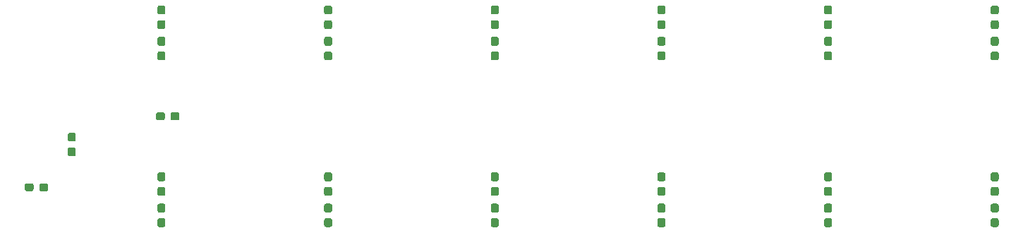
<source format=gbp>
G04 #@! TF.GenerationSoftware,KiCad,Pcbnew,(5.1.4)-1*
G04 #@! TF.CreationDate,2019-11-29T19:55:24+00:00*
G04 #@! TF.ProjectId,MAX7219_Clock,4d415837-3231-4395-9f43-6c6f636b2e6b,rev?*
G04 #@! TF.SameCoordinates,Original*
G04 #@! TF.FileFunction,Paste,Bot*
G04 #@! TF.FilePolarity,Positive*
%FSLAX46Y46*%
G04 Gerber Fmt 4.6, Leading zero omitted, Abs format (unit mm)*
G04 Created by KiCad (PCBNEW (5.1.4)-1) date 2019-11-29 19:55:24*
%MOMM*%
%LPD*%
G04 APERTURE LIST*
%ADD10C,0.100000*%
%ADD11C,0.950000*%
G04 APERTURE END LIST*
D10*
G36*
X50260779Y-56726144D02*
G01*
X50283834Y-56729563D01*
X50306443Y-56735227D01*
X50328387Y-56743079D01*
X50349457Y-56753044D01*
X50369448Y-56765026D01*
X50388168Y-56778910D01*
X50405438Y-56794562D01*
X50421090Y-56811832D01*
X50434974Y-56830552D01*
X50446956Y-56850543D01*
X50456921Y-56871613D01*
X50464773Y-56893557D01*
X50470437Y-56916166D01*
X50473856Y-56939221D01*
X50475000Y-56962500D01*
X50475000Y-57537500D01*
X50473856Y-57560779D01*
X50470437Y-57583834D01*
X50464773Y-57606443D01*
X50456921Y-57628387D01*
X50446956Y-57649457D01*
X50434974Y-57669448D01*
X50421090Y-57688168D01*
X50405438Y-57705438D01*
X50388168Y-57721090D01*
X50369448Y-57734974D01*
X50349457Y-57746956D01*
X50328387Y-57756921D01*
X50306443Y-57764773D01*
X50283834Y-57770437D01*
X50260779Y-57773856D01*
X50237500Y-57775000D01*
X49762500Y-57775000D01*
X49739221Y-57773856D01*
X49716166Y-57770437D01*
X49693557Y-57764773D01*
X49671613Y-57756921D01*
X49650543Y-57746956D01*
X49630552Y-57734974D01*
X49611832Y-57721090D01*
X49594562Y-57705438D01*
X49578910Y-57688168D01*
X49565026Y-57669448D01*
X49553044Y-57649457D01*
X49543079Y-57628387D01*
X49535227Y-57606443D01*
X49529563Y-57583834D01*
X49526144Y-57560779D01*
X49525000Y-57537500D01*
X49525000Y-56962500D01*
X49526144Y-56939221D01*
X49529563Y-56916166D01*
X49535227Y-56893557D01*
X49543079Y-56871613D01*
X49553044Y-56850543D01*
X49565026Y-56830552D01*
X49578910Y-56811832D01*
X49594562Y-56794562D01*
X49611832Y-56778910D01*
X49630552Y-56765026D01*
X49650543Y-56753044D01*
X49671613Y-56743079D01*
X49693557Y-56735227D01*
X49716166Y-56729563D01*
X49739221Y-56726144D01*
X49762500Y-56725000D01*
X50237500Y-56725000D01*
X50260779Y-56726144D01*
X50260779Y-56726144D01*
G37*
D11*
X50000000Y-57250000D03*
D10*
G36*
X50260779Y-58476144D02*
G01*
X50283834Y-58479563D01*
X50306443Y-58485227D01*
X50328387Y-58493079D01*
X50349457Y-58503044D01*
X50369448Y-58515026D01*
X50388168Y-58528910D01*
X50405438Y-58544562D01*
X50421090Y-58561832D01*
X50434974Y-58580552D01*
X50446956Y-58600543D01*
X50456921Y-58621613D01*
X50464773Y-58643557D01*
X50470437Y-58666166D01*
X50473856Y-58689221D01*
X50475000Y-58712500D01*
X50475000Y-59287500D01*
X50473856Y-59310779D01*
X50470437Y-59333834D01*
X50464773Y-59356443D01*
X50456921Y-59378387D01*
X50446956Y-59399457D01*
X50434974Y-59419448D01*
X50421090Y-59438168D01*
X50405438Y-59455438D01*
X50388168Y-59471090D01*
X50369448Y-59484974D01*
X50349457Y-59496956D01*
X50328387Y-59506921D01*
X50306443Y-59514773D01*
X50283834Y-59520437D01*
X50260779Y-59523856D01*
X50237500Y-59525000D01*
X49762500Y-59525000D01*
X49739221Y-59523856D01*
X49716166Y-59520437D01*
X49693557Y-59514773D01*
X49671613Y-59506921D01*
X49650543Y-59496956D01*
X49630552Y-59484974D01*
X49611832Y-59471090D01*
X49594562Y-59455438D01*
X49578910Y-59438168D01*
X49565026Y-59419448D01*
X49553044Y-59399457D01*
X49543079Y-59378387D01*
X49535227Y-59356443D01*
X49529563Y-59333834D01*
X49526144Y-59310779D01*
X49525000Y-59287500D01*
X49525000Y-58712500D01*
X49526144Y-58689221D01*
X49529563Y-58666166D01*
X49535227Y-58643557D01*
X49543079Y-58621613D01*
X49553044Y-58600543D01*
X49565026Y-58580552D01*
X49578910Y-58561832D01*
X49594562Y-58544562D01*
X49611832Y-58528910D01*
X49630552Y-58515026D01*
X49650543Y-58503044D01*
X49671613Y-58493079D01*
X49693557Y-58485227D01*
X49716166Y-58479563D01*
X49739221Y-58476144D01*
X49762500Y-58475000D01*
X50237500Y-58475000D01*
X50260779Y-58476144D01*
X50260779Y-58476144D01*
G37*
D11*
X50000000Y-59000000D03*
D10*
G36*
X70260779Y-56726144D02*
G01*
X70283834Y-56729563D01*
X70306443Y-56735227D01*
X70328387Y-56743079D01*
X70349457Y-56753044D01*
X70369448Y-56765026D01*
X70388168Y-56778910D01*
X70405438Y-56794562D01*
X70421090Y-56811832D01*
X70434974Y-56830552D01*
X70446956Y-56850543D01*
X70456921Y-56871613D01*
X70464773Y-56893557D01*
X70470437Y-56916166D01*
X70473856Y-56939221D01*
X70475000Y-56962500D01*
X70475000Y-57537500D01*
X70473856Y-57560779D01*
X70470437Y-57583834D01*
X70464773Y-57606443D01*
X70456921Y-57628387D01*
X70446956Y-57649457D01*
X70434974Y-57669448D01*
X70421090Y-57688168D01*
X70405438Y-57705438D01*
X70388168Y-57721090D01*
X70369448Y-57734974D01*
X70349457Y-57746956D01*
X70328387Y-57756921D01*
X70306443Y-57764773D01*
X70283834Y-57770437D01*
X70260779Y-57773856D01*
X70237500Y-57775000D01*
X69762500Y-57775000D01*
X69739221Y-57773856D01*
X69716166Y-57770437D01*
X69693557Y-57764773D01*
X69671613Y-57756921D01*
X69650543Y-57746956D01*
X69630552Y-57734974D01*
X69611832Y-57721090D01*
X69594562Y-57705438D01*
X69578910Y-57688168D01*
X69565026Y-57669448D01*
X69553044Y-57649457D01*
X69543079Y-57628387D01*
X69535227Y-57606443D01*
X69529563Y-57583834D01*
X69526144Y-57560779D01*
X69525000Y-57537500D01*
X69525000Y-56962500D01*
X69526144Y-56939221D01*
X69529563Y-56916166D01*
X69535227Y-56893557D01*
X69543079Y-56871613D01*
X69553044Y-56850543D01*
X69565026Y-56830552D01*
X69578910Y-56811832D01*
X69594562Y-56794562D01*
X69611832Y-56778910D01*
X69630552Y-56765026D01*
X69650543Y-56753044D01*
X69671613Y-56743079D01*
X69693557Y-56735227D01*
X69716166Y-56729563D01*
X69739221Y-56726144D01*
X69762500Y-56725000D01*
X70237500Y-56725000D01*
X70260779Y-56726144D01*
X70260779Y-56726144D01*
G37*
D11*
X70000000Y-57250000D03*
D10*
G36*
X70260779Y-58476144D02*
G01*
X70283834Y-58479563D01*
X70306443Y-58485227D01*
X70328387Y-58493079D01*
X70349457Y-58503044D01*
X70369448Y-58515026D01*
X70388168Y-58528910D01*
X70405438Y-58544562D01*
X70421090Y-58561832D01*
X70434974Y-58580552D01*
X70446956Y-58600543D01*
X70456921Y-58621613D01*
X70464773Y-58643557D01*
X70470437Y-58666166D01*
X70473856Y-58689221D01*
X70475000Y-58712500D01*
X70475000Y-59287500D01*
X70473856Y-59310779D01*
X70470437Y-59333834D01*
X70464773Y-59356443D01*
X70456921Y-59378387D01*
X70446956Y-59399457D01*
X70434974Y-59419448D01*
X70421090Y-59438168D01*
X70405438Y-59455438D01*
X70388168Y-59471090D01*
X70369448Y-59484974D01*
X70349457Y-59496956D01*
X70328387Y-59506921D01*
X70306443Y-59514773D01*
X70283834Y-59520437D01*
X70260779Y-59523856D01*
X70237500Y-59525000D01*
X69762500Y-59525000D01*
X69739221Y-59523856D01*
X69716166Y-59520437D01*
X69693557Y-59514773D01*
X69671613Y-59506921D01*
X69650543Y-59496956D01*
X69630552Y-59484974D01*
X69611832Y-59471090D01*
X69594562Y-59455438D01*
X69578910Y-59438168D01*
X69565026Y-59419448D01*
X69553044Y-59399457D01*
X69543079Y-59378387D01*
X69535227Y-59356443D01*
X69529563Y-59333834D01*
X69526144Y-59310779D01*
X69525000Y-59287500D01*
X69525000Y-58712500D01*
X69526144Y-58689221D01*
X69529563Y-58666166D01*
X69535227Y-58643557D01*
X69543079Y-58621613D01*
X69553044Y-58600543D01*
X69565026Y-58580552D01*
X69578910Y-58561832D01*
X69594562Y-58544562D01*
X69611832Y-58528910D01*
X69630552Y-58515026D01*
X69650543Y-58503044D01*
X69671613Y-58493079D01*
X69693557Y-58485227D01*
X69716166Y-58479563D01*
X69739221Y-58476144D01*
X69762500Y-58475000D01*
X70237500Y-58475000D01*
X70260779Y-58476144D01*
X70260779Y-58476144D01*
G37*
D11*
X70000000Y-59000000D03*
D10*
G36*
X90260779Y-56726144D02*
G01*
X90283834Y-56729563D01*
X90306443Y-56735227D01*
X90328387Y-56743079D01*
X90349457Y-56753044D01*
X90369448Y-56765026D01*
X90388168Y-56778910D01*
X90405438Y-56794562D01*
X90421090Y-56811832D01*
X90434974Y-56830552D01*
X90446956Y-56850543D01*
X90456921Y-56871613D01*
X90464773Y-56893557D01*
X90470437Y-56916166D01*
X90473856Y-56939221D01*
X90475000Y-56962500D01*
X90475000Y-57537500D01*
X90473856Y-57560779D01*
X90470437Y-57583834D01*
X90464773Y-57606443D01*
X90456921Y-57628387D01*
X90446956Y-57649457D01*
X90434974Y-57669448D01*
X90421090Y-57688168D01*
X90405438Y-57705438D01*
X90388168Y-57721090D01*
X90369448Y-57734974D01*
X90349457Y-57746956D01*
X90328387Y-57756921D01*
X90306443Y-57764773D01*
X90283834Y-57770437D01*
X90260779Y-57773856D01*
X90237500Y-57775000D01*
X89762500Y-57775000D01*
X89739221Y-57773856D01*
X89716166Y-57770437D01*
X89693557Y-57764773D01*
X89671613Y-57756921D01*
X89650543Y-57746956D01*
X89630552Y-57734974D01*
X89611832Y-57721090D01*
X89594562Y-57705438D01*
X89578910Y-57688168D01*
X89565026Y-57669448D01*
X89553044Y-57649457D01*
X89543079Y-57628387D01*
X89535227Y-57606443D01*
X89529563Y-57583834D01*
X89526144Y-57560779D01*
X89525000Y-57537500D01*
X89525000Y-56962500D01*
X89526144Y-56939221D01*
X89529563Y-56916166D01*
X89535227Y-56893557D01*
X89543079Y-56871613D01*
X89553044Y-56850543D01*
X89565026Y-56830552D01*
X89578910Y-56811832D01*
X89594562Y-56794562D01*
X89611832Y-56778910D01*
X89630552Y-56765026D01*
X89650543Y-56753044D01*
X89671613Y-56743079D01*
X89693557Y-56735227D01*
X89716166Y-56729563D01*
X89739221Y-56726144D01*
X89762500Y-56725000D01*
X90237500Y-56725000D01*
X90260779Y-56726144D01*
X90260779Y-56726144D01*
G37*
D11*
X90000000Y-57250000D03*
D10*
G36*
X90260779Y-58476144D02*
G01*
X90283834Y-58479563D01*
X90306443Y-58485227D01*
X90328387Y-58493079D01*
X90349457Y-58503044D01*
X90369448Y-58515026D01*
X90388168Y-58528910D01*
X90405438Y-58544562D01*
X90421090Y-58561832D01*
X90434974Y-58580552D01*
X90446956Y-58600543D01*
X90456921Y-58621613D01*
X90464773Y-58643557D01*
X90470437Y-58666166D01*
X90473856Y-58689221D01*
X90475000Y-58712500D01*
X90475000Y-59287500D01*
X90473856Y-59310779D01*
X90470437Y-59333834D01*
X90464773Y-59356443D01*
X90456921Y-59378387D01*
X90446956Y-59399457D01*
X90434974Y-59419448D01*
X90421090Y-59438168D01*
X90405438Y-59455438D01*
X90388168Y-59471090D01*
X90369448Y-59484974D01*
X90349457Y-59496956D01*
X90328387Y-59506921D01*
X90306443Y-59514773D01*
X90283834Y-59520437D01*
X90260779Y-59523856D01*
X90237500Y-59525000D01*
X89762500Y-59525000D01*
X89739221Y-59523856D01*
X89716166Y-59520437D01*
X89693557Y-59514773D01*
X89671613Y-59506921D01*
X89650543Y-59496956D01*
X89630552Y-59484974D01*
X89611832Y-59471090D01*
X89594562Y-59455438D01*
X89578910Y-59438168D01*
X89565026Y-59419448D01*
X89553044Y-59399457D01*
X89543079Y-59378387D01*
X89535227Y-59356443D01*
X89529563Y-59333834D01*
X89526144Y-59310779D01*
X89525000Y-59287500D01*
X89525000Y-58712500D01*
X89526144Y-58689221D01*
X89529563Y-58666166D01*
X89535227Y-58643557D01*
X89543079Y-58621613D01*
X89553044Y-58600543D01*
X89565026Y-58580552D01*
X89578910Y-58561832D01*
X89594562Y-58544562D01*
X89611832Y-58528910D01*
X89630552Y-58515026D01*
X89650543Y-58503044D01*
X89671613Y-58493079D01*
X89693557Y-58485227D01*
X89716166Y-58479563D01*
X89739221Y-58476144D01*
X89762500Y-58475000D01*
X90237500Y-58475000D01*
X90260779Y-58476144D01*
X90260779Y-58476144D01*
G37*
D11*
X90000000Y-59000000D03*
D10*
G36*
X110260779Y-58476144D02*
G01*
X110283834Y-58479563D01*
X110306443Y-58485227D01*
X110328387Y-58493079D01*
X110349457Y-58503044D01*
X110369448Y-58515026D01*
X110388168Y-58528910D01*
X110405438Y-58544562D01*
X110421090Y-58561832D01*
X110434974Y-58580552D01*
X110446956Y-58600543D01*
X110456921Y-58621613D01*
X110464773Y-58643557D01*
X110470437Y-58666166D01*
X110473856Y-58689221D01*
X110475000Y-58712500D01*
X110475000Y-59287500D01*
X110473856Y-59310779D01*
X110470437Y-59333834D01*
X110464773Y-59356443D01*
X110456921Y-59378387D01*
X110446956Y-59399457D01*
X110434974Y-59419448D01*
X110421090Y-59438168D01*
X110405438Y-59455438D01*
X110388168Y-59471090D01*
X110369448Y-59484974D01*
X110349457Y-59496956D01*
X110328387Y-59506921D01*
X110306443Y-59514773D01*
X110283834Y-59520437D01*
X110260779Y-59523856D01*
X110237500Y-59525000D01*
X109762500Y-59525000D01*
X109739221Y-59523856D01*
X109716166Y-59520437D01*
X109693557Y-59514773D01*
X109671613Y-59506921D01*
X109650543Y-59496956D01*
X109630552Y-59484974D01*
X109611832Y-59471090D01*
X109594562Y-59455438D01*
X109578910Y-59438168D01*
X109565026Y-59419448D01*
X109553044Y-59399457D01*
X109543079Y-59378387D01*
X109535227Y-59356443D01*
X109529563Y-59333834D01*
X109526144Y-59310779D01*
X109525000Y-59287500D01*
X109525000Y-58712500D01*
X109526144Y-58689221D01*
X109529563Y-58666166D01*
X109535227Y-58643557D01*
X109543079Y-58621613D01*
X109553044Y-58600543D01*
X109565026Y-58580552D01*
X109578910Y-58561832D01*
X109594562Y-58544562D01*
X109611832Y-58528910D01*
X109630552Y-58515026D01*
X109650543Y-58503044D01*
X109671613Y-58493079D01*
X109693557Y-58485227D01*
X109716166Y-58479563D01*
X109739221Y-58476144D01*
X109762500Y-58475000D01*
X110237500Y-58475000D01*
X110260779Y-58476144D01*
X110260779Y-58476144D01*
G37*
D11*
X110000000Y-59000000D03*
D10*
G36*
X110260779Y-56726144D02*
G01*
X110283834Y-56729563D01*
X110306443Y-56735227D01*
X110328387Y-56743079D01*
X110349457Y-56753044D01*
X110369448Y-56765026D01*
X110388168Y-56778910D01*
X110405438Y-56794562D01*
X110421090Y-56811832D01*
X110434974Y-56830552D01*
X110446956Y-56850543D01*
X110456921Y-56871613D01*
X110464773Y-56893557D01*
X110470437Y-56916166D01*
X110473856Y-56939221D01*
X110475000Y-56962500D01*
X110475000Y-57537500D01*
X110473856Y-57560779D01*
X110470437Y-57583834D01*
X110464773Y-57606443D01*
X110456921Y-57628387D01*
X110446956Y-57649457D01*
X110434974Y-57669448D01*
X110421090Y-57688168D01*
X110405438Y-57705438D01*
X110388168Y-57721090D01*
X110369448Y-57734974D01*
X110349457Y-57746956D01*
X110328387Y-57756921D01*
X110306443Y-57764773D01*
X110283834Y-57770437D01*
X110260779Y-57773856D01*
X110237500Y-57775000D01*
X109762500Y-57775000D01*
X109739221Y-57773856D01*
X109716166Y-57770437D01*
X109693557Y-57764773D01*
X109671613Y-57756921D01*
X109650543Y-57746956D01*
X109630552Y-57734974D01*
X109611832Y-57721090D01*
X109594562Y-57705438D01*
X109578910Y-57688168D01*
X109565026Y-57669448D01*
X109553044Y-57649457D01*
X109543079Y-57628387D01*
X109535227Y-57606443D01*
X109529563Y-57583834D01*
X109526144Y-57560779D01*
X109525000Y-57537500D01*
X109525000Y-56962500D01*
X109526144Y-56939221D01*
X109529563Y-56916166D01*
X109535227Y-56893557D01*
X109543079Y-56871613D01*
X109553044Y-56850543D01*
X109565026Y-56830552D01*
X109578910Y-56811832D01*
X109594562Y-56794562D01*
X109611832Y-56778910D01*
X109630552Y-56765026D01*
X109650543Y-56753044D01*
X109671613Y-56743079D01*
X109693557Y-56735227D01*
X109716166Y-56729563D01*
X109739221Y-56726144D01*
X109762500Y-56725000D01*
X110237500Y-56725000D01*
X110260779Y-56726144D01*
X110260779Y-56726144D01*
G37*
D11*
X110000000Y-57250000D03*
D10*
G36*
X130260779Y-58476144D02*
G01*
X130283834Y-58479563D01*
X130306443Y-58485227D01*
X130328387Y-58493079D01*
X130349457Y-58503044D01*
X130369448Y-58515026D01*
X130388168Y-58528910D01*
X130405438Y-58544562D01*
X130421090Y-58561832D01*
X130434974Y-58580552D01*
X130446956Y-58600543D01*
X130456921Y-58621613D01*
X130464773Y-58643557D01*
X130470437Y-58666166D01*
X130473856Y-58689221D01*
X130475000Y-58712500D01*
X130475000Y-59287500D01*
X130473856Y-59310779D01*
X130470437Y-59333834D01*
X130464773Y-59356443D01*
X130456921Y-59378387D01*
X130446956Y-59399457D01*
X130434974Y-59419448D01*
X130421090Y-59438168D01*
X130405438Y-59455438D01*
X130388168Y-59471090D01*
X130369448Y-59484974D01*
X130349457Y-59496956D01*
X130328387Y-59506921D01*
X130306443Y-59514773D01*
X130283834Y-59520437D01*
X130260779Y-59523856D01*
X130237500Y-59525000D01*
X129762500Y-59525000D01*
X129739221Y-59523856D01*
X129716166Y-59520437D01*
X129693557Y-59514773D01*
X129671613Y-59506921D01*
X129650543Y-59496956D01*
X129630552Y-59484974D01*
X129611832Y-59471090D01*
X129594562Y-59455438D01*
X129578910Y-59438168D01*
X129565026Y-59419448D01*
X129553044Y-59399457D01*
X129543079Y-59378387D01*
X129535227Y-59356443D01*
X129529563Y-59333834D01*
X129526144Y-59310779D01*
X129525000Y-59287500D01*
X129525000Y-58712500D01*
X129526144Y-58689221D01*
X129529563Y-58666166D01*
X129535227Y-58643557D01*
X129543079Y-58621613D01*
X129553044Y-58600543D01*
X129565026Y-58580552D01*
X129578910Y-58561832D01*
X129594562Y-58544562D01*
X129611832Y-58528910D01*
X129630552Y-58515026D01*
X129650543Y-58503044D01*
X129671613Y-58493079D01*
X129693557Y-58485227D01*
X129716166Y-58479563D01*
X129739221Y-58476144D01*
X129762500Y-58475000D01*
X130237500Y-58475000D01*
X130260779Y-58476144D01*
X130260779Y-58476144D01*
G37*
D11*
X130000000Y-59000000D03*
D10*
G36*
X130260779Y-56726144D02*
G01*
X130283834Y-56729563D01*
X130306443Y-56735227D01*
X130328387Y-56743079D01*
X130349457Y-56753044D01*
X130369448Y-56765026D01*
X130388168Y-56778910D01*
X130405438Y-56794562D01*
X130421090Y-56811832D01*
X130434974Y-56830552D01*
X130446956Y-56850543D01*
X130456921Y-56871613D01*
X130464773Y-56893557D01*
X130470437Y-56916166D01*
X130473856Y-56939221D01*
X130475000Y-56962500D01*
X130475000Y-57537500D01*
X130473856Y-57560779D01*
X130470437Y-57583834D01*
X130464773Y-57606443D01*
X130456921Y-57628387D01*
X130446956Y-57649457D01*
X130434974Y-57669448D01*
X130421090Y-57688168D01*
X130405438Y-57705438D01*
X130388168Y-57721090D01*
X130369448Y-57734974D01*
X130349457Y-57746956D01*
X130328387Y-57756921D01*
X130306443Y-57764773D01*
X130283834Y-57770437D01*
X130260779Y-57773856D01*
X130237500Y-57775000D01*
X129762500Y-57775000D01*
X129739221Y-57773856D01*
X129716166Y-57770437D01*
X129693557Y-57764773D01*
X129671613Y-57756921D01*
X129650543Y-57746956D01*
X129630552Y-57734974D01*
X129611832Y-57721090D01*
X129594562Y-57705438D01*
X129578910Y-57688168D01*
X129565026Y-57669448D01*
X129553044Y-57649457D01*
X129543079Y-57628387D01*
X129535227Y-57606443D01*
X129529563Y-57583834D01*
X129526144Y-57560779D01*
X129525000Y-57537500D01*
X129525000Y-56962500D01*
X129526144Y-56939221D01*
X129529563Y-56916166D01*
X129535227Y-56893557D01*
X129543079Y-56871613D01*
X129553044Y-56850543D01*
X129565026Y-56830552D01*
X129578910Y-56811832D01*
X129594562Y-56794562D01*
X129611832Y-56778910D01*
X129630552Y-56765026D01*
X129650543Y-56753044D01*
X129671613Y-56743079D01*
X129693557Y-56735227D01*
X129716166Y-56729563D01*
X129739221Y-56726144D01*
X129762500Y-56725000D01*
X130237500Y-56725000D01*
X130260779Y-56726144D01*
X130260779Y-56726144D01*
G37*
D11*
X130000000Y-57250000D03*
D10*
G36*
X50260779Y-76726144D02*
G01*
X50283834Y-76729563D01*
X50306443Y-76735227D01*
X50328387Y-76743079D01*
X50349457Y-76753044D01*
X50369448Y-76765026D01*
X50388168Y-76778910D01*
X50405438Y-76794562D01*
X50421090Y-76811832D01*
X50434974Y-76830552D01*
X50446956Y-76850543D01*
X50456921Y-76871613D01*
X50464773Y-76893557D01*
X50470437Y-76916166D01*
X50473856Y-76939221D01*
X50475000Y-76962500D01*
X50475000Y-77537500D01*
X50473856Y-77560779D01*
X50470437Y-77583834D01*
X50464773Y-77606443D01*
X50456921Y-77628387D01*
X50446956Y-77649457D01*
X50434974Y-77669448D01*
X50421090Y-77688168D01*
X50405438Y-77705438D01*
X50388168Y-77721090D01*
X50369448Y-77734974D01*
X50349457Y-77746956D01*
X50328387Y-77756921D01*
X50306443Y-77764773D01*
X50283834Y-77770437D01*
X50260779Y-77773856D01*
X50237500Y-77775000D01*
X49762500Y-77775000D01*
X49739221Y-77773856D01*
X49716166Y-77770437D01*
X49693557Y-77764773D01*
X49671613Y-77756921D01*
X49650543Y-77746956D01*
X49630552Y-77734974D01*
X49611832Y-77721090D01*
X49594562Y-77705438D01*
X49578910Y-77688168D01*
X49565026Y-77669448D01*
X49553044Y-77649457D01*
X49543079Y-77628387D01*
X49535227Y-77606443D01*
X49529563Y-77583834D01*
X49526144Y-77560779D01*
X49525000Y-77537500D01*
X49525000Y-76962500D01*
X49526144Y-76939221D01*
X49529563Y-76916166D01*
X49535227Y-76893557D01*
X49543079Y-76871613D01*
X49553044Y-76850543D01*
X49565026Y-76830552D01*
X49578910Y-76811832D01*
X49594562Y-76794562D01*
X49611832Y-76778910D01*
X49630552Y-76765026D01*
X49650543Y-76753044D01*
X49671613Y-76743079D01*
X49693557Y-76735227D01*
X49716166Y-76729563D01*
X49739221Y-76726144D01*
X49762500Y-76725000D01*
X50237500Y-76725000D01*
X50260779Y-76726144D01*
X50260779Y-76726144D01*
G37*
D11*
X50000000Y-77250000D03*
D10*
G36*
X50260779Y-78476144D02*
G01*
X50283834Y-78479563D01*
X50306443Y-78485227D01*
X50328387Y-78493079D01*
X50349457Y-78503044D01*
X50369448Y-78515026D01*
X50388168Y-78528910D01*
X50405438Y-78544562D01*
X50421090Y-78561832D01*
X50434974Y-78580552D01*
X50446956Y-78600543D01*
X50456921Y-78621613D01*
X50464773Y-78643557D01*
X50470437Y-78666166D01*
X50473856Y-78689221D01*
X50475000Y-78712500D01*
X50475000Y-79287500D01*
X50473856Y-79310779D01*
X50470437Y-79333834D01*
X50464773Y-79356443D01*
X50456921Y-79378387D01*
X50446956Y-79399457D01*
X50434974Y-79419448D01*
X50421090Y-79438168D01*
X50405438Y-79455438D01*
X50388168Y-79471090D01*
X50369448Y-79484974D01*
X50349457Y-79496956D01*
X50328387Y-79506921D01*
X50306443Y-79514773D01*
X50283834Y-79520437D01*
X50260779Y-79523856D01*
X50237500Y-79525000D01*
X49762500Y-79525000D01*
X49739221Y-79523856D01*
X49716166Y-79520437D01*
X49693557Y-79514773D01*
X49671613Y-79506921D01*
X49650543Y-79496956D01*
X49630552Y-79484974D01*
X49611832Y-79471090D01*
X49594562Y-79455438D01*
X49578910Y-79438168D01*
X49565026Y-79419448D01*
X49553044Y-79399457D01*
X49543079Y-79378387D01*
X49535227Y-79356443D01*
X49529563Y-79333834D01*
X49526144Y-79310779D01*
X49525000Y-79287500D01*
X49525000Y-78712500D01*
X49526144Y-78689221D01*
X49529563Y-78666166D01*
X49535227Y-78643557D01*
X49543079Y-78621613D01*
X49553044Y-78600543D01*
X49565026Y-78580552D01*
X49578910Y-78561832D01*
X49594562Y-78544562D01*
X49611832Y-78528910D01*
X49630552Y-78515026D01*
X49650543Y-78503044D01*
X49671613Y-78493079D01*
X49693557Y-78485227D01*
X49716166Y-78479563D01*
X49739221Y-78476144D01*
X49762500Y-78475000D01*
X50237500Y-78475000D01*
X50260779Y-78476144D01*
X50260779Y-78476144D01*
G37*
D11*
X50000000Y-79000000D03*
D10*
G36*
X70260779Y-76726144D02*
G01*
X70283834Y-76729563D01*
X70306443Y-76735227D01*
X70328387Y-76743079D01*
X70349457Y-76753044D01*
X70369448Y-76765026D01*
X70388168Y-76778910D01*
X70405438Y-76794562D01*
X70421090Y-76811832D01*
X70434974Y-76830552D01*
X70446956Y-76850543D01*
X70456921Y-76871613D01*
X70464773Y-76893557D01*
X70470437Y-76916166D01*
X70473856Y-76939221D01*
X70475000Y-76962500D01*
X70475000Y-77537500D01*
X70473856Y-77560779D01*
X70470437Y-77583834D01*
X70464773Y-77606443D01*
X70456921Y-77628387D01*
X70446956Y-77649457D01*
X70434974Y-77669448D01*
X70421090Y-77688168D01*
X70405438Y-77705438D01*
X70388168Y-77721090D01*
X70369448Y-77734974D01*
X70349457Y-77746956D01*
X70328387Y-77756921D01*
X70306443Y-77764773D01*
X70283834Y-77770437D01*
X70260779Y-77773856D01*
X70237500Y-77775000D01*
X69762500Y-77775000D01*
X69739221Y-77773856D01*
X69716166Y-77770437D01*
X69693557Y-77764773D01*
X69671613Y-77756921D01*
X69650543Y-77746956D01*
X69630552Y-77734974D01*
X69611832Y-77721090D01*
X69594562Y-77705438D01*
X69578910Y-77688168D01*
X69565026Y-77669448D01*
X69553044Y-77649457D01*
X69543079Y-77628387D01*
X69535227Y-77606443D01*
X69529563Y-77583834D01*
X69526144Y-77560779D01*
X69525000Y-77537500D01*
X69525000Y-76962500D01*
X69526144Y-76939221D01*
X69529563Y-76916166D01*
X69535227Y-76893557D01*
X69543079Y-76871613D01*
X69553044Y-76850543D01*
X69565026Y-76830552D01*
X69578910Y-76811832D01*
X69594562Y-76794562D01*
X69611832Y-76778910D01*
X69630552Y-76765026D01*
X69650543Y-76753044D01*
X69671613Y-76743079D01*
X69693557Y-76735227D01*
X69716166Y-76729563D01*
X69739221Y-76726144D01*
X69762500Y-76725000D01*
X70237500Y-76725000D01*
X70260779Y-76726144D01*
X70260779Y-76726144D01*
G37*
D11*
X70000000Y-77250000D03*
D10*
G36*
X70260779Y-78476144D02*
G01*
X70283834Y-78479563D01*
X70306443Y-78485227D01*
X70328387Y-78493079D01*
X70349457Y-78503044D01*
X70369448Y-78515026D01*
X70388168Y-78528910D01*
X70405438Y-78544562D01*
X70421090Y-78561832D01*
X70434974Y-78580552D01*
X70446956Y-78600543D01*
X70456921Y-78621613D01*
X70464773Y-78643557D01*
X70470437Y-78666166D01*
X70473856Y-78689221D01*
X70475000Y-78712500D01*
X70475000Y-79287500D01*
X70473856Y-79310779D01*
X70470437Y-79333834D01*
X70464773Y-79356443D01*
X70456921Y-79378387D01*
X70446956Y-79399457D01*
X70434974Y-79419448D01*
X70421090Y-79438168D01*
X70405438Y-79455438D01*
X70388168Y-79471090D01*
X70369448Y-79484974D01*
X70349457Y-79496956D01*
X70328387Y-79506921D01*
X70306443Y-79514773D01*
X70283834Y-79520437D01*
X70260779Y-79523856D01*
X70237500Y-79525000D01*
X69762500Y-79525000D01*
X69739221Y-79523856D01*
X69716166Y-79520437D01*
X69693557Y-79514773D01*
X69671613Y-79506921D01*
X69650543Y-79496956D01*
X69630552Y-79484974D01*
X69611832Y-79471090D01*
X69594562Y-79455438D01*
X69578910Y-79438168D01*
X69565026Y-79419448D01*
X69553044Y-79399457D01*
X69543079Y-79378387D01*
X69535227Y-79356443D01*
X69529563Y-79333834D01*
X69526144Y-79310779D01*
X69525000Y-79287500D01*
X69525000Y-78712500D01*
X69526144Y-78689221D01*
X69529563Y-78666166D01*
X69535227Y-78643557D01*
X69543079Y-78621613D01*
X69553044Y-78600543D01*
X69565026Y-78580552D01*
X69578910Y-78561832D01*
X69594562Y-78544562D01*
X69611832Y-78528910D01*
X69630552Y-78515026D01*
X69650543Y-78503044D01*
X69671613Y-78493079D01*
X69693557Y-78485227D01*
X69716166Y-78479563D01*
X69739221Y-78476144D01*
X69762500Y-78475000D01*
X70237500Y-78475000D01*
X70260779Y-78476144D01*
X70260779Y-78476144D01*
G37*
D11*
X70000000Y-79000000D03*
D10*
G36*
X90260779Y-78476144D02*
G01*
X90283834Y-78479563D01*
X90306443Y-78485227D01*
X90328387Y-78493079D01*
X90349457Y-78503044D01*
X90369448Y-78515026D01*
X90388168Y-78528910D01*
X90405438Y-78544562D01*
X90421090Y-78561832D01*
X90434974Y-78580552D01*
X90446956Y-78600543D01*
X90456921Y-78621613D01*
X90464773Y-78643557D01*
X90470437Y-78666166D01*
X90473856Y-78689221D01*
X90475000Y-78712500D01*
X90475000Y-79287500D01*
X90473856Y-79310779D01*
X90470437Y-79333834D01*
X90464773Y-79356443D01*
X90456921Y-79378387D01*
X90446956Y-79399457D01*
X90434974Y-79419448D01*
X90421090Y-79438168D01*
X90405438Y-79455438D01*
X90388168Y-79471090D01*
X90369448Y-79484974D01*
X90349457Y-79496956D01*
X90328387Y-79506921D01*
X90306443Y-79514773D01*
X90283834Y-79520437D01*
X90260779Y-79523856D01*
X90237500Y-79525000D01*
X89762500Y-79525000D01*
X89739221Y-79523856D01*
X89716166Y-79520437D01*
X89693557Y-79514773D01*
X89671613Y-79506921D01*
X89650543Y-79496956D01*
X89630552Y-79484974D01*
X89611832Y-79471090D01*
X89594562Y-79455438D01*
X89578910Y-79438168D01*
X89565026Y-79419448D01*
X89553044Y-79399457D01*
X89543079Y-79378387D01*
X89535227Y-79356443D01*
X89529563Y-79333834D01*
X89526144Y-79310779D01*
X89525000Y-79287500D01*
X89525000Y-78712500D01*
X89526144Y-78689221D01*
X89529563Y-78666166D01*
X89535227Y-78643557D01*
X89543079Y-78621613D01*
X89553044Y-78600543D01*
X89565026Y-78580552D01*
X89578910Y-78561832D01*
X89594562Y-78544562D01*
X89611832Y-78528910D01*
X89630552Y-78515026D01*
X89650543Y-78503044D01*
X89671613Y-78493079D01*
X89693557Y-78485227D01*
X89716166Y-78479563D01*
X89739221Y-78476144D01*
X89762500Y-78475000D01*
X90237500Y-78475000D01*
X90260779Y-78476144D01*
X90260779Y-78476144D01*
G37*
D11*
X90000000Y-79000000D03*
D10*
G36*
X90260779Y-76726144D02*
G01*
X90283834Y-76729563D01*
X90306443Y-76735227D01*
X90328387Y-76743079D01*
X90349457Y-76753044D01*
X90369448Y-76765026D01*
X90388168Y-76778910D01*
X90405438Y-76794562D01*
X90421090Y-76811832D01*
X90434974Y-76830552D01*
X90446956Y-76850543D01*
X90456921Y-76871613D01*
X90464773Y-76893557D01*
X90470437Y-76916166D01*
X90473856Y-76939221D01*
X90475000Y-76962500D01*
X90475000Y-77537500D01*
X90473856Y-77560779D01*
X90470437Y-77583834D01*
X90464773Y-77606443D01*
X90456921Y-77628387D01*
X90446956Y-77649457D01*
X90434974Y-77669448D01*
X90421090Y-77688168D01*
X90405438Y-77705438D01*
X90388168Y-77721090D01*
X90369448Y-77734974D01*
X90349457Y-77746956D01*
X90328387Y-77756921D01*
X90306443Y-77764773D01*
X90283834Y-77770437D01*
X90260779Y-77773856D01*
X90237500Y-77775000D01*
X89762500Y-77775000D01*
X89739221Y-77773856D01*
X89716166Y-77770437D01*
X89693557Y-77764773D01*
X89671613Y-77756921D01*
X89650543Y-77746956D01*
X89630552Y-77734974D01*
X89611832Y-77721090D01*
X89594562Y-77705438D01*
X89578910Y-77688168D01*
X89565026Y-77669448D01*
X89553044Y-77649457D01*
X89543079Y-77628387D01*
X89535227Y-77606443D01*
X89529563Y-77583834D01*
X89526144Y-77560779D01*
X89525000Y-77537500D01*
X89525000Y-76962500D01*
X89526144Y-76939221D01*
X89529563Y-76916166D01*
X89535227Y-76893557D01*
X89543079Y-76871613D01*
X89553044Y-76850543D01*
X89565026Y-76830552D01*
X89578910Y-76811832D01*
X89594562Y-76794562D01*
X89611832Y-76778910D01*
X89630552Y-76765026D01*
X89650543Y-76753044D01*
X89671613Y-76743079D01*
X89693557Y-76735227D01*
X89716166Y-76729563D01*
X89739221Y-76726144D01*
X89762500Y-76725000D01*
X90237500Y-76725000D01*
X90260779Y-76726144D01*
X90260779Y-76726144D01*
G37*
D11*
X90000000Y-77250000D03*
D10*
G36*
X110260779Y-78476144D02*
G01*
X110283834Y-78479563D01*
X110306443Y-78485227D01*
X110328387Y-78493079D01*
X110349457Y-78503044D01*
X110369448Y-78515026D01*
X110388168Y-78528910D01*
X110405438Y-78544562D01*
X110421090Y-78561832D01*
X110434974Y-78580552D01*
X110446956Y-78600543D01*
X110456921Y-78621613D01*
X110464773Y-78643557D01*
X110470437Y-78666166D01*
X110473856Y-78689221D01*
X110475000Y-78712500D01*
X110475000Y-79287500D01*
X110473856Y-79310779D01*
X110470437Y-79333834D01*
X110464773Y-79356443D01*
X110456921Y-79378387D01*
X110446956Y-79399457D01*
X110434974Y-79419448D01*
X110421090Y-79438168D01*
X110405438Y-79455438D01*
X110388168Y-79471090D01*
X110369448Y-79484974D01*
X110349457Y-79496956D01*
X110328387Y-79506921D01*
X110306443Y-79514773D01*
X110283834Y-79520437D01*
X110260779Y-79523856D01*
X110237500Y-79525000D01*
X109762500Y-79525000D01*
X109739221Y-79523856D01*
X109716166Y-79520437D01*
X109693557Y-79514773D01*
X109671613Y-79506921D01*
X109650543Y-79496956D01*
X109630552Y-79484974D01*
X109611832Y-79471090D01*
X109594562Y-79455438D01*
X109578910Y-79438168D01*
X109565026Y-79419448D01*
X109553044Y-79399457D01*
X109543079Y-79378387D01*
X109535227Y-79356443D01*
X109529563Y-79333834D01*
X109526144Y-79310779D01*
X109525000Y-79287500D01*
X109525000Y-78712500D01*
X109526144Y-78689221D01*
X109529563Y-78666166D01*
X109535227Y-78643557D01*
X109543079Y-78621613D01*
X109553044Y-78600543D01*
X109565026Y-78580552D01*
X109578910Y-78561832D01*
X109594562Y-78544562D01*
X109611832Y-78528910D01*
X109630552Y-78515026D01*
X109650543Y-78503044D01*
X109671613Y-78493079D01*
X109693557Y-78485227D01*
X109716166Y-78479563D01*
X109739221Y-78476144D01*
X109762500Y-78475000D01*
X110237500Y-78475000D01*
X110260779Y-78476144D01*
X110260779Y-78476144D01*
G37*
D11*
X110000000Y-79000000D03*
D10*
G36*
X110260779Y-76726144D02*
G01*
X110283834Y-76729563D01*
X110306443Y-76735227D01*
X110328387Y-76743079D01*
X110349457Y-76753044D01*
X110369448Y-76765026D01*
X110388168Y-76778910D01*
X110405438Y-76794562D01*
X110421090Y-76811832D01*
X110434974Y-76830552D01*
X110446956Y-76850543D01*
X110456921Y-76871613D01*
X110464773Y-76893557D01*
X110470437Y-76916166D01*
X110473856Y-76939221D01*
X110475000Y-76962500D01*
X110475000Y-77537500D01*
X110473856Y-77560779D01*
X110470437Y-77583834D01*
X110464773Y-77606443D01*
X110456921Y-77628387D01*
X110446956Y-77649457D01*
X110434974Y-77669448D01*
X110421090Y-77688168D01*
X110405438Y-77705438D01*
X110388168Y-77721090D01*
X110369448Y-77734974D01*
X110349457Y-77746956D01*
X110328387Y-77756921D01*
X110306443Y-77764773D01*
X110283834Y-77770437D01*
X110260779Y-77773856D01*
X110237500Y-77775000D01*
X109762500Y-77775000D01*
X109739221Y-77773856D01*
X109716166Y-77770437D01*
X109693557Y-77764773D01*
X109671613Y-77756921D01*
X109650543Y-77746956D01*
X109630552Y-77734974D01*
X109611832Y-77721090D01*
X109594562Y-77705438D01*
X109578910Y-77688168D01*
X109565026Y-77669448D01*
X109553044Y-77649457D01*
X109543079Y-77628387D01*
X109535227Y-77606443D01*
X109529563Y-77583834D01*
X109526144Y-77560779D01*
X109525000Y-77537500D01*
X109525000Y-76962500D01*
X109526144Y-76939221D01*
X109529563Y-76916166D01*
X109535227Y-76893557D01*
X109543079Y-76871613D01*
X109553044Y-76850543D01*
X109565026Y-76830552D01*
X109578910Y-76811832D01*
X109594562Y-76794562D01*
X109611832Y-76778910D01*
X109630552Y-76765026D01*
X109650543Y-76753044D01*
X109671613Y-76743079D01*
X109693557Y-76735227D01*
X109716166Y-76729563D01*
X109739221Y-76726144D01*
X109762500Y-76725000D01*
X110237500Y-76725000D01*
X110260779Y-76726144D01*
X110260779Y-76726144D01*
G37*
D11*
X110000000Y-77250000D03*
D10*
G36*
X130260779Y-78476144D02*
G01*
X130283834Y-78479563D01*
X130306443Y-78485227D01*
X130328387Y-78493079D01*
X130349457Y-78503044D01*
X130369448Y-78515026D01*
X130388168Y-78528910D01*
X130405438Y-78544562D01*
X130421090Y-78561832D01*
X130434974Y-78580552D01*
X130446956Y-78600543D01*
X130456921Y-78621613D01*
X130464773Y-78643557D01*
X130470437Y-78666166D01*
X130473856Y-78689221D01*
X130475000Y-78712500D01*
X130475000Y-79287500D01*
X130473856Y-79310779D01*
X130470437Y-79333834D01*
X130464773Y-79356443D01*
X130456921Y-79378387D01*
X130446956Y-79399457D01*
X130434974Y-79419448D01*
X130421090Y-79438168D01*
X130405438Y-79455438D01*
X130388168Y-79471090D01*
X130369448Y-79484974D01*
X130349457Y-79496956D01*
X130328387Y-79506921D01*
X130306443Y-79514773D01*
X130283834Y-79520437D01*
X130260779Y-79523856D01*
X130237500Y-79525000D01*
X129762500Y-79525000D01*
X129739221Y-79523856D01*
X129716166Y-79520437D01*
X129693557Y-79514773D01*
X129671613Y-79506921D01*
X129650543Y-79496956D01*
X129630552Y-79484974D01*
X129611832Y-79471090D01*
X129594562Y-79455438D01*
X129578910Y-79438168D01*
X129565026Y-79419448D01*
X129553044Y-79399457D01*
X129543079Y-79378387D01*
X129535227Y-79356443D01*
X129529563Y-79333834D01*
X129526144Y-79310779D01*
X129525000Y-79287500D01*
X129525000Y-78712500D01*
X129526144Y-78689221D01*
X129529563Y-78666166D01*
X129535227Y-78643557D01*
X129543079Y-78621613D01*
X129553044Y-78600543D01*
X129565026Y-78580552D01*
X129578910Y-78561832D01*
X129594562Y-78544562D01*
X129611832Y-78528910D01*
X129630552Y-78515026D01*
X129650543Y-78503044D01*
X129671613Y-78493079D01*
X129693557Y-78485227D01*
X129716166Y-78479563D01*
X129739221Y-78476144D01*
X129762500Y-78475000D01*
X130237500Y-78475000D01*
X130260779Y-78476144D01*
X130260779Y-78476144D01*
G37*
D11*
X130000000Y-79000000D03*
D10*
G36*
X130260779Y-76726144D02*
G01*
X130283834Y-76729563D01*
X130306443Y-76735227D01*
X130328387Y-76743079D01*
X130349457Y-76753044D01*
X130369448Y-76765026D01*
X130388168Y-76778910D01*
X130405438Y-76794562D01*
X130421090Y-76811832D01*
X130434974Y-76830552D01*
X130446956Y-76850543D01*
X130456921Y-76871613D01*
X130464773Y-76893557D01*
X130470437Y-76916166D01*
X130473856Y-76939221D01*
X130475000Y-76962500D01*
X130475000Y-77537500D01*
X130473856Y-77560779D01*
X130470437Y-77583834D01*
X130464773Y-77606443D01*
X130456921Y-77628387D01*
X130446956Y-77649457D01*
X130434974Y-77669448D01*
X130421090Y-77688168D01*
X130405438Y-77705438D01*
X130388168Y-77721090D01*
X130369448Y-77734974D01*
X130349457Y-77746956D01*
X130328387Y-77756921D01*
X130306443Y-77764773D01*
X130283834Y-77770437D01*
X130260779Y-77773856D01*
X130237500Y-77775000D01*
X129762500Y-77775000D01*
X129739221Y-77773856D01*
X129716166Y-77770437D01*
X129693557Y-77764773D01*
X129671613Y-77756921D01*
X129650543Y-77746956D01*
X129630552Y-77734974D01*
X129611832Y-77721090D01*
X129594562Y-77705438D01*
X129578910Y-77688168D01*
X129565026Y-77669448D01*
X129553044Y-77649457D01*
X129543079Y-77628387D01*
X129535227Y-77606443D01*
X129529563Y-77583834D01*
X129526144Y-77560779D01*
X129525000Y-77537500D01*
X129525000Y-76962500D01*
X129526144Y-76939221D01*
X129529563Y-76916166D01*
X129535227Y-76893557D01*
X129543079Y-76871613D01*
X129553044Y-76850543D01*
X129565026Y-76830552D01*
X129578910Y-76811832D01*
X129594562Y-76794562D01*
X129611832Y-76778910D01*
X129630552Y-76765026D01*
X129650543Y-76753044D01*
X129671613Y-76743079D01*
X129693557Y-76735227D01*
X129716166Y-76729563D01*
X129739221Y-76726144D01*
X129762500Y-76725000D01*
X130237500Y-76725000D01*
X130260779Y-76726144D01*
X130260779Y-76726144D01*
G37*
D11*
X130000000Y-77250000D03*
D10*
G36*
X150260779Y-78476144D02*
G01*
X150283834Y-78479563D01*
X150306443Y-78485227D01*
X150328387Y-78493079D01*
X150349457Y-78503044D01*
X150369448Y-78515026D01*
X150388168Y-78528910D01*
X150405438Y-78544562D01*
X150421090Y-78561832D01*
X150434974Y-78580552D01*
X150446956Y-78600543D01*
X150456921Y-78621613D01*
X150464773Y-78643557D01*
X150470437Y-78666166D01*
X150473856Y-78689221D01*
X150475000Y-78712500D01*
X150475000Y-79287500D01*
X150473856Y-79310779D01*
X150470437Y-79333834D01*
X150464773Y-79356443D01*
X150456921Y-79378387D01*
X150446956Y-79399457D01*
X150434974Y-79419448D01*
X150421090Y-79438168D01*
X150405438Y-79455438D01*
X150388168Y-79471090D01*
X150369448Y-79484974D01*
X150349457Y-79496956D01*
X150328387Y-79506921D01*
X150306443Y-79514773D01*
X150283834Y-79520437D01*
X150260779Y-79523856D01*
X150237500Y-79525000D01*
X149762500Y-79525000D01*
X149739221Y-79523856D01*
X149716166Y-79520437D01*
X149693557Y-79514773D01*
X149671613Y-79506921D01*
X149650543Y-79496956D01*
X149630552Y-79484974D01*
X149611832Y-79471090D01*
X149594562Y-79455438D01*
X149578910Y-79438168D01*
X149565026Y-79419448D01*
X149553044Y-79399457D01*
X149543079Y-79378387D01*
X149535227Y-79356443D01*
X149529563Y-79333834D01*
X149526144Y-79310779D01*
X149525000Y-79287500D01*
X149525000Y-78712500D01*
X149526144Y-78689221D01*
X149529563Y-78666166D01*
X149535227Y-78643557D01*
X149543079Y-78621613D01*
X149553044Y-78600543D01*
X149565026Y-78580552D01*
X149578910Y-78561832D01*
X149594562Y-78544562D01*
X149611832Y-78528910D01*
X149630552Y-78515026D01*
X149650543Y-78503044D01*
X149671613Y-78493079D01*
X149693557Y-78485227D01*
X149716166Y-78479563D01*
X149739221Y-78476144D01*
X149762500Y-78475000D01*
X150237500Y-78475000D01*
X150260779Y-78476144D01*
X150260779Y-78476144D01*
G37*
D11*
X150000000Y-79000000D03*
D10*
G36*
X150260779Y-76726144D02*
G01*
X150283834Y-76729563D01*
X150306443Y-76735227D01*
X150328387Y-76743079D01*
X150349457Y-76753044D01*
X150369448Y-76765026D01*
X150388168Y-76778910D01*
X150405438Y-76794562D01*
X150421090Y-76811832D01*
X150434974Y-76830552D01*
X150446956Y-76850543D01*
X150456921Y-76871613D01*
X150464773Y-76893557D01*
X150470437Y-76916166D01*
X150473856Y-76939221D01*
X150475000Y-76962500D01*
X150475000Y-77537500D01*
X150473856Y-77560779D01*
X150470437Y-77583834D01*
X150464773Y-77606443D01*
X150456921Y-77628387D01*
X150446956Y-77649457D01*
X150434974Y-77669448D01*
X150421090Y-77688168D01*
X150405438Y-77705438D01*
X150388168Y-77721090D01*
X150369448Y-77734974D01*
X150349457Y-77746956D01*
X150328387Y-77756921D01*
X150306443Y-77764773D01*
X150283834Y-77770437D01*
X150260779Y-77773856D01*
X150237500Y-77775000D01*
X149762500Y-77775000D01*
X149739221Y-77773856D01*
X149716166Y-77770437D01*
X149693557Y-77764773D01*
X149671613Y-77756921D01*
X149650543Y-77746956D01*
X149630552Y-77734974D01*
X149611832Y-77721090D01*
X149594562Y-77705438D01*
X149578910Y-77688168D01*
X149565026Y-77669448D01*
X149553044Y-77649457D01*
X149543079Y-77628387D01*
X149535227Y-77606443D01*
X149529563Y-77583834D01*
X149526144Y-77560779D01*
X149525000Y-77537500D01*
X149525000Y-76962500D01*
X149526144Y-76939221D01*
X149529563Y-76916166D01*
X149535227Y-76893557D01*
X149543079Y-76871613D01*
X149553044Y-76850543D01*
X149565026Y-76830552D01*
X149578910Y-76811832D01*
X149594562Y-76794562D01*
X149611832Y-76778910D01*
X149630552Y-76765026D01*
X149650543Y-76753044D01*
X149671613Y-76743079D01*
X149693557Y-76735227D01*
X149716166Y-76729563D01*
X149739221Y-76726144D01*
X149762500Y-76725000D01*
X150237500Y-76725000D01*
X150260779Y-76726144D01*
X150260779Y-76726144D01*
G37*
D11*
X150000000Y-77250000D03*
D10*
G36*
X150260779Y-56726144D02*
G01*
X150283834Y-56729563D01*
X150306443Y-56735227D01*
X150328387Y-56743079D01*
X150349457Y-56753044D01*
X150369448Y-56765026D01*
X150388168Y-56778910D01*
X150405438Y-56794562D01*
X150421090Y-56811832D01*
X150434974Y-56830552D01*
X150446956Y-56850543D01*
X150456921Y-56871613D01*
X150464773Y-56893557D01*
X150470437Y-56916166D01*
X150473856Y-56939221D01*
X150475000Y-56962500D01*
X150475000Y-57537500D01*
X150473856Y-57560779D01*
X150470437Y-57583834D01*
X150464773Y-57606443D01*
X150456921Y-57628387D01*
X150446956Y-57649457D01*
X150434974Y-57669448D01*
X150421090Y-57688168D01*
X150405438Y-57705438D01*
X150388168Y-57721090D01*
X150369448Y-57734974D01*
X150349457Y-57746956D01*
X150328387Y-57756921D01*
X150306443Y-57764773D01*
X150283834Y-57770437D01*
X150260779Y-57773856D01*
X150237500Y-57775000D01*
X149762500Y-57775000D01*
X149739221Y-57773856D01*
X149716166Y-57770437D01*
X149693557Y-57764773D01*
X149671613Y-57756921D01*
X149650543Y-57746956D01*
X149630552Y-57734974D01*
X149611832Y-57721090D01*
X149594562Y-57705438D01*
X149578910Y-57688168D01*
X149565026Y-57669448D01*
X149553044Y-57649457D01*
X149543079Y-57628387D01*
X149535227Y-57606443D01*
X149529563Y-57583834D01*
X149526144Y-57560779D01*
X149525000Y-57537500D01*
X149525000Y-56962500D01*
X149526144Y-56939221D01*
X149529563Y-56916166D01*
X149535227Y-56893557D01*
X149543079Y-56871613D01*
X149553044Y-56850543D01*
X149565026Y-56830552D01*
X149578910Y-56811832D01*
X149594562Y-56794562D01*
X149611832Y-56778910D01*
X149630552Y-56765026D01*
X149650543Y-56753044D01*
X149671613Y-56743079D01*
X149693557Y-56735227D01*
X149716166Y-56729563D01*
X149739221Y-56726144D01*
X149762500Y-56725000D01*
X150237500Y-56725000D01*
X150260779Y-56726144D01*
X150260779Y-56726144D01*
G37*
D11*
X150000000Y-57250000D03*
D10*
G36*
X150260779Y-58476144D02*
G01*
X150283834Y-58479563D01*
X150306443Y-58485227D01*
X150328387Y-58493079D01*
X150349457Y-58503044D01*
X150369448Y-58515026D01*
X150388168Y-58528910D01*
X150405438Y-58544562D01*
X150421090Y-58561832D01*
X150434974Y-58580552D01*
X150446956Y-58600543D01*
X150456921Y-58621613D01*
X150464773Y-58643557D01*
X150470437Y-58666166D01*
X150473856Y-58689221D01*
X150475000Y-58712500D01*
X150475000Y-59287500D01*
X150473856Y-59310779D01*
X150470437Y-59333834D01*
X150464773Y-59356443D01*
X150456921Y-59378387D01*
X150446956Y-59399457D01*
X150434974Y-59419448D01*
X150421090Y-59438168D01*
X150405438Y-59455438D01*
X150388168Y-59471090D01*
X150369448Y-59484974D01*
X150349457Y-59496956D01*
X150328387Y-59506921D01*
X150306443Y-59514773D01*
X150283834Y-59520437D01*
X150260779Y-59523856D01*
X150237500Y-59525000D01*
X149762500Y-59525000D01*
X149739221Y-59523856D01*
X149716166Y-59520437D01*
X149693557Y-59514773D01*
X149671613Y-59506921D01*
X149650543Y-59496956D01*
X149630552Y-59484974D01*
X149611832Y-59471090D01*
X149594562Y-59455438D01*
X149578910Y-59438168D01*
X149565026Y-59419448D01*
X149553044Y-59399457D01*
X149543079Y-59378387D01*
X149535227Y-59356443D01*
X149529563Y-59333834D01*
X149526144Y-59310779D01*
X149525000Y-59287500D01*
X149525000Y-58712500D01*
X149526144Y-58689221D01*
X149529563Y-58666166D01*
X149535227Y-58643557D01*
X149543079Y-58621613D01*
X149553044Y-58600543D01*
X149565026Y-58580552D01*
X149578910Y-58561832D01*
X149594562Y-58544562D01*
X149611832Y-58528910D01*
X149630552Y-58515026D01*
X149650543Y-58503044D01*
X149671613Y-58493079D01*
X149693557Y-58485227D01*
X149716166Y-58479563D01*
X149739221Y-58476144D01*
X149762500Y-58475000D01*
X150237500Y-58475000D01*
X150260779Y-58476144D01*
X150260779Y-58476144D01*
G37*
D11*
X150000000Y-59000000D03*
D10*
G36*
X50260779Y-62226144D02*
G01*
X50283834Y-62229563D01*
X50306443Y-62235227D01*
X50328387Y-62243079D01*
X50349457Y-62253044D01*
X50369448Y-62265026D01*
X50388168Y-62278910D01*
X50405438Y-62294562D01*
X50421090Y-62311832D01*
X50434974Y-62330552D01*
X50446956Y-62350543D01*
X50456921Y-62371613D01*
X50464773Y-62393557D01*
X50470437Y-62416166D01*
X50473856Y-62439221D01*
X50475000Y-62462500D01*
X50475000Y-63037500D01*
X50473856Y-63060779D01*
X50470437Y-63083834D01*
X50464773Y-63106443D01*
X50456921Y-63128387D01*
X50446956Y-63149457D01*
X50434974Y-63169448D01*
X50421090Y-63188168D01*
X50405438Y-63205438D01*
X50388168Y-63221090D01*
X50369448Y-63234974D01*
X50349457Y-63246956D01*
X50328387Y-63256921D01*
X50306443Y-63264773D01*
X50283834Y-63270437D01*
X50260779Y-63273856D01*
X50237500Y-63275000D01*
X49762500Y-63275000D01*
X49739221Y-63273856D01*
X49716166Y-63270437D01*
X49693557Y-63264773D01*
X49671613Y-63256921D01*
X49650543Y-63246956D01*
X49630552Y-63234974D01*
X49611832Y-63221090D01*
X49594562Y-63205438D01*
X49578910Y-63188168D01*
X49565026Y-63169448D01*
X49553044Y-63149457D01*
X49543079Y-63128387D01*
X49535227Y-63106443D01*
X49529563Y-63083834D01*
X49526144Y-63060779D01*
X49525000Y-63037500D01*
X49525000Y-62462500D01*
X49526144Y-62439221D01*
X49529563Y-62416166D01*
X49535227Y-62393557D01*
X49543079Y-62371613D01*
X49553044Y-62350543D01*
X49565026Y-62330552D01*
X49578910Y-62311832D01*
X49594562Y-62294562D01*
X49611832Y-62278910D01*
X49630552Y-62265026D01*
X49650543Y-62253044D01*
X49671613Y-62243079D01*
X49693557Y-62235227D01*
X49716166Y-62229563D01*
X49739221Y-62226144D01*
X49762500Y-62225000D01*
X50237500Y-62225000D01*
X50260779Y-62226144D01*
X50260779Y-62226144D01*
G37*
D11*
X50000000Y-62750000D03*
D10*
G36*
X50260779Y-60476144D02*
G01*
X50283834Y-60479563D01*
X50306443Y-60485227D01*
X50328387Y-60493079D01*
X50349457Y-60503044D01*
X50369448Y-60515026D01*
X50388168Y-60528910D01*
X50405438Y-60544562D01*
X50421090Y-60561832D01*
X50434974Y-60580552D01*
X50446956Y-60600543D01*
X50456921Y-60621613D01*
X50464773Y-60643557D01*
X50470437Y-60666166D01*
X50473856Y-60689221D01*
X50475000Y-60712500D01*
X50475000Y-61287500D01*
X50473856Y-61310779D01*
X50470437Y-61333834D01*
X50464773Y-61356443D01*
X50456921Y-61378387D01*
X50446956Y-61399457D01*
X50434974Y-61419448D01*
X50421090Y-61438168D01*
X50405438Y-61455438D01*
X50388168Y-61471090D01*
X50369448Y-61484974D01*
X50349457Y-61496956D01*
X50328387Y-61506921D01*
X50306443Y-61514773D01*
X50283834Y-61520437D01*
X50260779Y-61523856D01*
X50237500Y-61525000D01*
X49762500Y-61525000D01*
X49739221Y-61523856D01*
X49716166Y-61520437D01*
X49693557Y-61514773D01*
X49671613Y-61506921D01*
X49650543Y-61496956D01*
X49630552Y-61484974D01*
X49611832Y-61471090D01*
X49594562Y-61455438D01*
X49578910Y-61438168D01*
X49565026Y-61419448D01*
X49553044Y-61399457D01*
X49543079Y-61378387D01*
X49535227Y-61356443D01*
X49529563Y-61333834D01*
X49526144Y-61310779D01*
X49525000Y-61287500D01*
X49525000Y-60712500D01*
X49526144Y-60689221D01*
X49529563Y-60666166D01*
X49535227Y-60643557D01*
X49543079Y-60621613D01*
X49553044Y-60600543D01*
X49565026Y-60580552D01*
X49578910Y-60561832D01*
X49594562Y-60544562D01*
X49611832Y-60528910D01*
X49630552Y-60515026D01*
X49650543Y-60503044D01*
X49671613Y-60493079D01*
X49693557Y-60485227D01*
X49716166Y-60479563D01*
X49739221Y-60476144D01*
X49762500Y-60475000D01*
X50237500Y-60475000D01*
X50260779Y-60476144D01*
X50260779Y-60476144D01*
G37*
D11*
X50000000Y-61000000D03*
D10*
G36*
X70260779Y-60476144D02*
G01*
X70283834Y-60479563D01*
X70306443Y-60485227D01*
X70328387Y-60493079D01*
X70349457Y-60503044D01*
X70369448Y-60515026D01*
X70388168Y-60528910D01*
X70405438Y-60544562D01*
X70421090Y-60561832D01*
X70434974Y-60580552D01*
X70446956Y-60600543D01*
X70456921Y-60621613D01*
X70464773Y-60643557D01*
X70470437Y-60666166D01*
X70473856Y-60689221D01*
X70475000Y-60712500D01*
X70475000Y-61287500D01*
X70473856Y-61310779D01*
X70470437Y-61333834D01*
X70464773Y-61356443D01*
X70456921Y-61378387D01*
X70446956Y-61399457D01*
X70434974Y-61419448D01*
X70421090Y-61438168D01*
X70405438Y-61455438D01*
X70388168Y-61471090D01*
X70369448Y-61484974D01*
X70349457Y-61496956D01*
X70328387Y-61506921D01*
X70306443Y-61514773D01*
X70283834Y-61520437D01*
X70260779Y-61523856D01*
X70237500Y-61525000D01*
X69762500Y-61525000D01*
X69739221Y-61523856D01*
X69716166Y-61520437D01*
X69693557Y-61514773D01*
X69671613Y-61506921D01*
X69650543Y-61496956D01*
X69630552Y-61484974D01*
X69611832Y-61471090D01*
X69594562Y-61455438D01*
X69578910Y-61438168D01*
X69565026Y-61419448D01*
X69553044Y-61399457D01*
X69543079Y-61378387D01*
X69535227Y-61356443D01*
X69529563Y-61333834D01*
X69526144Y-61310779D01*
X69525000Y-61287500D01*
X69525000Y-60712500D01*
X69526144Y-60689221D01*
X69529563Y-60666166D01*
X69535227Y-60643557D01*
X69543079Y-60621613D01*
X69553044Y-60600543D01*
X69565026Y-60580552D01*
X69578910Y-60561832D01*
X69594562Y-60544562D01*
X69611832Y-60528910D01*
X69630552Y-60515026D01*
X69650543Y-60503044D01*
X69671613Y-60493079D01*
X69693557Y-60485227D01*
X69716166Y-60479563D01*
X69739221Y-60476144D01*
X69762500Y-60475000D01*
X70237500Y-60475000D01*
X70260779Y-60476144D01*
X70260779Y-60476144D01*
G37*
D11*
X70000000Y-61000000D03*
D10*
G36*
X70260779Y-62226144D02*
G01*
X70283834Y-62229563D01*
X70306443Y-62235227D01*
X70328387Y-62243079D01*
X70349457Y-62253044D01*
X70369448Y-62265026D01*
X70388168Y-62278910D01*
X70405438Y-62294562D01*
X70421090Y-62311832D01*
X70434974Y-62330552D01*
X70446956Y-62350543D01*
X70456921Y-62371613D01*
X70464773Y-62393557D01*
X70470437Y-62416166D01*
X70473856Y-62439221D01*
X70475000Y-62462500D01*
X70475000Y-63037500D01*
X70473856Y-63060779D01*
X70470437Y-63083834D01*
X70464773Y-63106443D01*
X70456921Y-63128387D01*
X70446956Y-63149457D01*
X70434974Y-63169448D01*
X70421090Y-63188168D01*
X70405438Y-63205438D01*
X70388168Y-63221090D01*
X70369448Y-63234974D01*
X70349457Y-63246956D01*
X70328387Y-63256921D01*
X70306443Y-63264773D01*
X70283834Y-63270437D01*
X70260779Y-63273856D01*
X70237500Y-63275000D01*
X69762500Y-63275000D01*
X69739221Y-63273856D01*
X69716166Y-63270437D01*
X69693557Y-63264773D01*
X69671613Y-63256921D01*
X69650543Y-63246956D01*
X69630552Y-63234974D01*
X69611832Y-63221090D01*
X69594562Y-63205438D01*
X69578910Y-63188168D01*
X69565026Y-63169448D01*
X69553044Y-63149457D01*
X69543079Y-63128387D01*
X69535227Y-63106443D01*
X69529563Y-63083834D01*
X69526144Y-63060779D01*
X69525000Y-63037500D01*
X69525000Y-62462500D01*
X69526144Y-62439221D01*
X69529563Y-62416166D01*
X69535227Y-62393557D01*
X69543079Y-62371613D01*
X69553044Y-62350543D01*
X69565026Y-62330552D01*
X69578910Y-62311832D01*
X69594562Y-62294562D01*
X69611832Y-62278910D01*
X69630552Y-62265026D01*
X69650543Y-62253044D01*
X69671613Y-62243079D01*
X69693557Y-62235227D01*
X69716166Y-62229563D01*
X69739221Y-62226144D01*
X69762500Y-62225000D01*
X70237500Y-62225000D01*
X70260779Y-62226144D01*
X70260779Y-62226144D01*
G37*
D11*
X70000000Y-62750000D03*
D10*
G36*
X90260779Y-60476144D02*
G01*
X90283834Y-60479563D01*
X90306443Y-60485227D01*
X90328387Y-60493079D01*
X90349457Y-60503044D01*
X90369448Y-60515026D01*
X90388168Y-60528910D01*
X90405438Y-60544562D01*
X90421090Y-60561832D01*
X90434974Y-60580552D01*
X90446956Y-60600543D01*
X90456921Y-60621613D01*
X90464773Y-60643557D01*
X90470437Y-60666166D01*
X90473856Y-60689221D01*
X90475000Y-60712500D01*
X90475000Y-61287500D01*
X90473856Y-61310779D01*
X90470437Y-61333834D01*
X90464773Y-61356443D01*
X90456921Y-61378387D01*
X90446956Y-61399457D01*
X90434974Y-61419448D01*
X90421090Y-61438168D01*
X90405438Y-61455438D01*
X90388168Y-61471090D01*
X90369448Y-61484974D01*
X90349457Y-61496956D01*
X90328387Y-61506921D01*
X90306443Y-61514773D01*
X90283834Y-61520437D01*
X90260779Y-61523856D01*
X90237500Y-61525000D01*
X89762500Y-61525000D01*
X89739221Y-61523856D01*
X89716166Y-61520437D01*
X89693557Y-61514773D01*
X89671613Y-61506921D01*
X89650543Y-61496956D01*
X89630552Y-61484974D01*
X89611832Y-61471090D01*
X89594562Y-61455438D01*
X89578910Y-61438168D01*
X89565026Y-61419448D01*
X89553044Y-61399457D01*
X89543079Y-61378387D01*
X89535227Y-61356443D01*
X89529563Y-61333834D01*
X89526144Y-61310779D01*
X89525000Y-61287500D01*
X89525000Y-60712500D01*
X89526144Y-60689221D01*
X89529563Y-60666166D01*
X89535227Y-60643557D01*
X89543079Y-60621613D01*
X89553044Y-60600543D01*
X89565026Y-60580552D01*
X89578910Y-60561832D01*
X89594562Y-60544562D01*
X89611832Y-60528910D01*
X89630552Y-60515026D01*
X89650543Y-60503044D01*
X89671613Y-60493079D01*
X89693557Y-60485227D01*
X89716166Y-60479563D01*
X89739221Y-60476144D01*
X89762500Y-60475000D01*
X90237500Y-60475000D01*
X90260779Y-60476144D01*
X90260779Y-60476144D01*
G37*
D11*
X90000000Y-61000000D03*
D10*
G36*
X90260779Y-62226144D02*
G01*
X90283834Y-62229563D01*
X90306443Y-62235227D01*
X90328387Y-62243079D01*
X90349457Y-62253044D01*
X90369448Y-62265026D01*
X90388168Y-62278910D01*
X90405438Y-62294562D01*
X90421090Y-62311832D01*
X90434974Y-62330552D01*
X90446956Y-62350543D01*
X90456921Y-62371613D01*
X90464773Y-62393557D01*
X90470437Y-62416166D01*
X90473856Y-62439221D01*
X90475000Y-62462500D01*
X90475000Y-63037500D01*
X90473856Y-63060779D01*
X90470437Y-63083834D01*
X90464773Y-63106443D01*
X90456921Y-63128387D01*
X90446956Y-63149457D01*
X90434974Y-63169448D01*
X90421090Y-63188168D01*
X90405438Y-63205438D01*
X90388168Y-63221090D01*
X90369448Y-63234974D01*
X90349457Y-63246956D01*
X90328387Y-63256921D01*
X90306443Y-63264773D01*
X90283834Y-63270437D01*
X90260779Y-63273856D01*
X90237500Y-63275000D01*
X89762500Y-63275000D01*
X89739221Y-63273856D01*
X89716166Y-63270437D01*
X89693557Y-63264773D01*
X89671613Y-63256921D01*
X89650543Y-63246956D01*
X89630552Y-63234974D01*
X89611832Y-63221090D01*
X89594562Y-63205438D01*
X89578910Y-63188168D01*
X89565026Y-63169448D01*
X89553044Y-63149457D01*
X89543079Y-63128387D01*
X89535227Y-63106443D01*
X89529563Y-63083834D01*
X89526144Y-63060779D01*
X89525000Y-63037500D01*
X89525000Y-62462500D01*
X89526144Y-62439221D01*
X89529563Y-62416166D01*
X89535227Y-62393557D01*
X89543079Y-62371613D01*
X89553044Y-62350543D01*
X89565026Y-62330552D01*
X89578910Y-62311832D01*
X89594562Y-62294562D01*
X89611832Y-62278910D01*
X89630552Y-62265026D01*
X89650543Y-62253044D01*
X89671613Y-62243079D01*
X89693557Y-62235227D01*
X89716166Y-62229563D01*
X89739221Y-62226144D01*
X89762500Y-62225000D01*
X90237500Y-62225000D01*
X90260779Y-62226144D01*
X90260779Y-62226144D01*
G37*
D11*
X90000000Y-62750000D03*
D10*
G36*
X110260779Y-62226144D02*
G01*
X110283834Y-62229563D01*
X110306443Y-62235227D01*
X110328387Y-62243079D01*
X110349457Y-62253044D01*
X110369448Y-62265026D01*
X110388168Y-62278910D01*
X110405438Y-62294562D01*
X110421090Y-62311832D01*
X110434974Y-62330552D01*
X110446956Y-62350543D01*
X110456921Y-62371613D01*
X110464773Y-62393557D01*
X110470437Y-62416166D01*
X110473856Y-62439221D01*
X110475000Y-62462500D01*
X110475000Y-63037500D01*
X110473856Y-63060779D01*
X110470437Y-63083834D01*
X110464773Y-63106443D01*
X110456921Y-63128387D01*
X110446956Y-63149457D01*
X110434974Y-63169448D01*
X110421090Y-63188168D01*
X110405438Y-63205438D01*
X110388168Y-63221090D01*
X110369448Y-63234974D01*
X110349457Y-63246956D01*
X110328387Y-63256921D01*
X110306443Y-63264773D01*
X110283834Y-63270437D01*
X110260779Y-63273856D01*
X110237500Y-63275000D01*
X109762500Y-63275000D01*
X109739221Y-63273856D01*
X109716166Y-63270437D01*
X109693557Y-63264773D01*
X109671613Y-63256921D01*
X109650543Y-63246956D01*
X109630552Y-63234974D01*
X109611832Y-63221090D01*
X109594562Y-63205438D01*
X109578910Y-63188168D01*
X109565026Y-63169448D01*
X109553044Y-63149457D01*
X109543079Y-63128387D01*
X109535227Y-63106443D01*
X109529563Y-63083834D01*
X109526144Y-63060779D01*
X109525000Y-63037500D01*
X109525000Y-62462500D01*
X109526144Y-62439221D01*
X109529563Y-62416166D01*
X109535227Y-62393557D01*
X109543079Y-62371613D01*
X109553044Y-62350543D01*
X109565026Y-62330552D01*
X109578910Y-62311832D01*
X109594562Y-62294562D01*
X109611832Y-62278910D01*
X109630552Y-62265026D01*
X109650543Y-62253044D01*
X109671613Y-62243079D01*
X109693557Y-62235227D01*
X109716166Y-62229563D01*
X109739221Y-62226144D01*
X109762500Y-62225000D01*
X110237500Y-62225000D01*
X110260779Y-62226144D01*
X110260779Y-62226144D01*
G37*
D11*
X110000000Y-62750000D03*
D10*
G36*
X110260779Y-60476144D02*
G01*
X110283834Y-60479563D01*
X110306443Y-60485227D01*
X110328387Y-60493079D01*
X110349457Y-60503044D01*
X110369448Y-60515026D01*
X110388168Y-60528910D01*
X110405438Y-60544562D01*
X110421090Y-60561832D01*
X110434974Y-60580552D01*
X110446956Y-60600543D01*
X110456921Y-60621613D01*
X110464773Y-60643557D01*
X110470437Y-60666166D01*
X110473856Y-60689221D01*
X110475000Y-60712500D01*
X110475000Y-61287500D01*
X110473856Y-61310779D01*
X110470437Y-61333834D01*
X110464773Y-61356443D01*
X110456921Y-61378387D01*
X110446956Y-61399457D01*
X110434974Y-61419448D01*
X110421090Y-61438168D01*
X110405438Y-61455438D01*
X110388168Y-61471090D01*
X110369448Y-61484974D01*
X110349457Y-61496956D01*
X110328387Y-61506921D01*
X110306443Y-61514773D01*
X110283834Y-61520437D01*
X110260779Y-61523856D01*
X110237500Y-61525000D01*
X109762500Y-61525000D01*
X109739221Y-61523856D01*
X109716166Y-61520437D01*
X109693557Y-61514773D01*
X109671613Y-61506921D01*
X109650543Y-61496956D01*
X109630552Y-61484974D01*
X109611832Y-61471090D01*
X109594562Y-61455438D01*
X109578910Y-61438168D01*
X109565026Y-61419448D01*
X109553044Y-61399457D01*
X109543079Y-61378387D01*
X109535227Y-61356443D01*
X109529563Y-61333834D01*
X109526144Y-61310779D01*
X109525000Y-61287500D01*
X109525000Y-60712500D01*
X109526144Y-60689221D01*
X109529563Y-60666166D01*
X109535227Y-60643557D01*
X109543079Y-60621613D01*
X109553044Y-60600543D01*
X109565026Y-60580552D01*
X109578910Y-60561832D01*
X109594562Y-60544562D01*
X109611832Y-60528910D01*
X109630552Y-60515026D01*
X109650543Y-60503044D01*
X109671613Y-60493079D01*
X109693557Y-60485227D01*
X109716166Y-60479563D01*
X109739221Y-60476144D01*
X109762500Y-60475000D01*
X110237500Y-60475000D01*
X110260779Y-60476144D01*
X110260779Y-60476144D01*
G37*
D11*
X110000000Y-61000000D03*
D10*
G36*
X130260779Y-62226144D02*
G01*
X130283834Y-62229563D01*
X130306443Y-62235227D01*
X130328387Y-62243079D01*
X130349457Y-62253044D01*
X130369448Y-62265026D01*
X130388168Y-62278910D01*
X130405438Y-62294562D01*
X130421090Y-62311832D01*
X130434974Y-62330552D01*
X130446956Y-62350543D01*
X130456921Y-62371613D01*
X130464773Y-62393557D01*
X130470437Y-62416166D01*
X130473856Y-62439221D01*
X130475000Y-62462500D01*
X130475000Y-63037500D01*
X130473856Y-63060779D01*
X130470437Y-63083834D01*
X130464773Y-63106443D01*
X130456921Y-63128387D01*
X130446956Y-63149457D01*
X130434974Y-63169448D01*
X130421090Y-63188168D01*
X130405438Y-63205438D01*
X130388168Y-63221090D01*
X130369448Y-63234974D01*
X130349457Y-63246956D01*
X130328387Y-63256921D01*
X130306443Y-63264773D01*
X130283834Y-63270437D01*
X130260779Y-63273856D01*
X130237500Y-63275000D01*
X129762500Y-63275000D01*
X129739221Y-63273856D01*
X129716166Y-63270437D01*
X129693557Y-63264773D01*
X129671613Y-63256921D01*
X129650543Y-63246956D01*
X129630552Y-63234974D01*
X129611832Y-63221090D01*
X129594562Y-63205438D01*
X129578910Y-63188168D01*
X129565026Y-63169448D01*
X129553044Y-63149457D01*
X129543079Y-63128387D01*
X129535227Y-63106443D01*
X129529563Y-63083834D01*
X129526144Y-63060779D01*
X129525000Y-63037500D01*
X129525000Y-62462500D01*
X129526144Y-62439221D01*
X129529563Y-62416166D01*
X129535227Y-62393557D01*
X129543079Y-62371613D01*
X129553044Y-62350543D01*
X129565026Y-62330552D01*
X129578910Y-62311832D01*
X129594562Y-62294562D01*
X129611832Y-62278910D01*
X129630552Y-62265026D01*
X129650543Y-62253044D01*
X129671613Y-62243079D01*
X129693557Y-62235227D01*
X129716166Y-62229563D01*
X129739221Y-62226144D01*
X129762500Y-62225000D01*
X130237500Y-62225000D01*
X130260779Y-62226144D01*
X130260779Y-62226144D01*
G37*
D11*
X130000000Y-62750000D03*
D10*
G36*
X130260779Y-60476144D02*
G01*
X130283834Y-60479563D01*
X130306443Y-60485227D01*
X130328387Y-60493079D01*
X130349457Y-60503044D01*
X130369448Y-60515026D01*
X130388168Y-60528910D01*
X130405438Y-60544562D01*
X130421090Y-60561832D01*
X130434974Y-60580552D01*
X130446956Y-60600543D01*
X130456921Y-60621613D01*
X130464773Y-60643557D01*
X130470437Y-60666166D01*
X130473856Y-60689221D01*
X130475000Y-60712500D01*
X130475000Y-61287500D01*
X130473856Y-61310779D01*
X130470437Y-61333834D01*
X130464773Y-61356443D01*
X130456921Y-61378387D01*
X130446956Y-61399457D01*
X130434974Y-61419448D01*
X130421090Y-61438168D01*
X130405438Y-61455438D01*
X130388168Y-61471090D01*
X130369448Y-61484974D01*
X130349457Y-61496956D01*
X130328387Y-61506921D01*
X130306443Y-61514773D01*
X130283834Y-61520437D01*
X130260779Y-61523856D01*
X130237500Y-61525000D01*
X129762500Y-61525000D01*
X129739221Y-61523856D01*
X129716166Y-61520437D01*
X129693557Y-61514773D01*
X129671613Y-61506921D01*
X129650543Y-61496956D01*
X129630552Y-61484974D01*
X129611832Y-61471090D01*
X129594562Y-61455438D01*
X129578910Y-61438168D01*
X129565026Y-61419448D01*
X129553044Y-61399457D01*
X129543079Y-61378387D01*
X129535227Y-61356443D01*
X129529563Y-61333834D01*
X129526144Y-61310779D01*
X129525000Y-61287500D01*
X129525000Y-60712500D01*
X129526144Y-60689221D01*
X129529563Y-60666166D01*
X129535227Y-60643557D01*
X129543079Y-60621613D01*
X129553044Y-60600543D01*
X129565026Y-60580552D01*
X129578910Y-60561832D01*
X129594562Y-60544562D01*
X129611832Y-60528910D01*
X129630552Y-60515026D01*
X129650543Y-60503044D01*
X129671613Y-60493079D01*
X129693557Y-60485227D01*
X129716166Y-60479563D01*
X129739221Y-60476144D01*
X129762500Y-60475000D01*
X130237500Y-60475000D01*
X130260779Y-60476144D01*
X130260779Y-60476144D01*
G37*
D11*
X130000000Y-61000000D03*
D10*
G36*
X50260779Y-82226144D02*
G01*
X50283834Y-82229563D01*
X50306443Y-82235227D01*
X50328387Y-82243079D01*
X50349457Y-82253044D01*
X50369448Y-82265026D01*
X50388168Y-82278910D01*
X50405438Y-82294562D01*
X50421090Y-82311832D01*
X50434974Y-82330552D01*
X50446956Y-82350543D01*
X50456921Y-82371613D01*
X50464773Y-82393557D01*
X50470437Y-82416166D01*
X50473856Y-82439221D01*
X50475000Y-82462500D01*
X50475000Y-83037500D01*
X50473856Y-83060779D01*
X50470437Y-83083834D01*
X50464773Y-83106443D01*
X50456921Y-83128387D01*
X50446956Y-83149457D01*
X50434974Y-83169448D01*
X50421090Y-83188168D01*
X50405438Y-83205438D01*
X50388168Y-83221090D01*
X50369448Y-83234974D01*
X50349457Y-83246956D01*
X50328387Y-83256921D01*
X50306443Y-83264773D01*
X50283834Y-83270437D01*
X50260779Y-83273856D01*
X50237500Y-83275000D01*
X49762500Y-83275000D01*
X49739221Y-83273856D01*
X49716166Y-83270437D01*
X49693557Y-83264773D01*
X49671613Y-83256921D01*
X49650543Y-83246956D01*
X49630552Y-83234974D01*
X49611832Y-83221090D01*
X49594562Y-83205438D01*
X49578910Y-83188168D01*
X49565026Y-83169448D01*
X49553044Y-83149457D01*
X49543079Y-83128387D01*
X49535227Y-83106443D01*
X49529563Y-83083834D01*
X49526144Y-83060779D01*
X49525000Y-83037500D01*
X49525000Y-82462500D01*
X49526144Y-82439221D01*
X49529563Y-82416166D01*
X49535227Y-82393557D01*
X49543079Y-82371613D01*
X49553044Y-82350543D01*
X49565026Y-82330552D01*
X49578910Y-82311832D01*
X49594562Y-82294562D01*
X49611832Y-82278910D01*
X49630552Y-82265026D01*
X49650543Y-82253044D01*
X49671613Y-82243079D01*
X49693557Y-82235227D01*
X49716166Y-82229563D01*
X49739221Y-82226144D01*
X49762500Y-82225000D01*
X50237500Y-82225000D01*
X50260779Y-82226144D01*
X50260779Y-82226144D01*
G37*
D11*
X50000000Y-82750000D03*
D10*
G36*
X50260779Y-80476144D02*
G01*
X50283834Y-80479563D01*
X50306443Y-80485227D01*
X50328387Y-80493079D01*
X50349457Y-80503044D01*
X50369448Y-80515026D01*
X50388168Y-80528910D01*
X50405438Y-80544562D01*
X50421090Y-80561832D01*
X50434974Y-80580552D01*
X50446956Y-80600543D01*
X50456921Y-80621613D01*
X50464773Y-80643557D01*
X50470437Y-80666166D01*
X50473856Y-80689221D01*
X50475000Y-80712500D01*
X50475000Y-81287500D01*
X50473856Y-81310779D01*
X50470437Y-81333834D01*
X50464773Y-81356443D01*
X50456921Y-81378387D01*
X50446956Y-81399457D01*
X50434974Y-81419448D01*
X50421090Y-81438168D01*
X50405438Y-81455438D01*
X50388168Y-81471090D01*
X50369448Y-81484974D01*
X50349457Y-81496956D01*
X50328387Y-81506921D01*
X50306443Y-81514773D01*
X50283834Y-81520437D01*
X50260779Y-81523856D01*
X50237500Y-81525000D01*
X49762500Y-81525000D01*
X49739221Y-81523856D01*
X49716166Y-81520437D01*
X49693557Y-81514773D01*
X49671613Y-81506921D01*
X49650543Y-81496956D01*
X49630552Y-81484974D01*
X49611832Y-81471090D01*
X49594562Y-81455438D01*
X49578910Y-81438168D01*
X49565026Y-81419448D01*
X49553044Y-81399457D01*
X49543079Y-81378387D01*
X49535227Y-81356443D01*
X49529563Y-81333834D01*
X49526144Y-81310779D01*
X49525000Y-81287500D01*
X49525000Y-80712500D01*
X49526144Y-80689221D01*
X49529563Y-80666166D01*
X49535227Y-80643557D01*
X49543079Y-80621613D01*
X49553044Y-80600543D01*
X49565026Y-80580552D01*
X49578910Y-80561832D01*
X49594562Y-80544562D01*
X49611832Y-80528910D01*
X49630552Y-80515026D01*
X49650543Y-80503044D01*
X49671613Y-80493079D01*
X49693557Y-80485227D01*
X49716166Y-80479563D01*
X49739221Y-80476144D01*
X49762500Y-80475000D01*
X50237500Y-80475000D01*
X50260779Y-80476144D01*
X50260779Y-80476144D01*
G37*
D11*
X50000000Y-81000000D03*
D10*
G36*
X70260779Y-80476144D02*
G01*
X70283834Y-80479563D01*
X70306443Y-80485227D01*
X70328387Y-80493079D01*
X70349457Y-80503044D01*
X70369448Y-80515026D01*
X70388168Y-80528910D01*
X70405438Y-80544562D01*
X70421090Y-80561832D01*
X70434974Y-80580552D01*
X70446956Y-80600543D01*
X70456921Y-80621613D01*
X70464773Y-80643557D01*
X70470437Y-80666166D01*
X70473856Y-80689221D01*
X70475000Y-80712500D01*
X70475000Y-81287500D01*
X70473856Y-81310779D01*
X70470437Y-81333834D01*
X70464773Y-81356443D01*
X70456921Y-81378387D01*
X70446956Y-81399457D01*
X70434974Y-81419448D01*
X70421090Y-81438168D01*
X70405438Y-81455438D01*
X70388168Y-81471090D01*
X70369448Y-81484974D01*
X70349457Y-81496956D01*
X70328387Y-81506921D01*
X70306443Y-81514773D01*
X70283834Y-81520437D01*
X70260779Y-81523856D01*
X70237500Y-81525000D01*
X69762500Y-81525000D01*
X69739221Y-81523856D01*
X69716166Y-81520437D01*
X69693557Y-81514773D01*
X69671613Y-81506921D01*
X69650543Y-81496956D01*
X69630552Y-81484974D01*
X69611832Y-81471090D01*
X69594562Y-81455438D01*
X69578910Y-81438168D01*
X69565026Y-81419448D01*
X69553044Y-81399457D01*
X69543079Y-81378387D01*
X69535227Y-81356443D01*
X69529563Y-81333834D01*
X69526144Y-81310779D01*
X69525000Y-81287500D01*
X69525000Y-80712500D01*
X69526144Y-80689221D01*
X69529563Y-80666166D01*
X69535227Y-80643557D01*
X69543079Y-80621613D01*
X69553044Y-80600543D01*
X69565026Y-80580552D01*
X69578910Y-80561832D01*
X69594562Y-80544562D01*
X69611832Y-80528910D01*
X69630552Y-80515026D01*
X69650543Y-80503044D01*
X69671613Y-80493079D01*
X69693557Y-80485227D01*
X69716166Y-80479563D01*
X69739221Y-80476144D01*
X69762500Y-80475000D01*
X70237500Y-80475000D01*
X70260779Y-80476144D01*
X70260779Y-80476144D01*
G37*
D11*
X70000000Y-81000000D03*
D10*
G36*
X70260779Y-82226144D02*
G01*
X70283834Y-82229563D01*
X70306443Y-82235227D01*
X70328387Y-82243079D01*
X70349457Y-82253044D01*
X70369448Y-82265026D01*
X70388168Y-82278910D01*
X70405438Y-82294562D01*
X70421090Y-82311832D01*
X70434974Y-82330552D01*
X70446956Y-82350543D01*
X70456921Y-82371613D01*
X70464773Y-82393557D01*
X70470437Y-82416166D01*
X70473856Y-82439221D01*
X70475000Y-82462500D01*
X70475000Y-83037500D01*
X70473856Y-83060779D01*
X70470437Y-83083834D01*
X70464773Y-83106443D01*
X70456921Y-83128387D01*
X70446956Y-83149457D01*
X70434974Y-83169448D01*
X70421090Y-83188168D01*
X70405438Y-83205438D01*
X70388168Y-83221090D01*
X70369448Y-83234974D01*
X70349457Y-83246956D01*
X70328387Y-83256921D01*
X70306443Y-83264773D01*
X70283834Y-83270437D01*
X70260779Y-83273856D01*
X70237500Y-83275000D01*
X69762500Y-83275000D01*
X69739221Y-83273856D01*
X69716166Y-83270437D01*
X69693557Y-83264773D01*
X69671613Y-83256921D01*
X69650543Y-83246956D01*
X69630552Y-83234974D01*
X69611832Y-83221090D01*
X69594562Y-83205438D01*
X69578910Y-83188168D01*
X69565026Y-83169448D01*
X69553044Y-83149457D01*
X69543079Y-83128387D01*
X69535227Y-83106443D01*
X69529563Y-83083834D01*
X69526144Y-83060779D01*
X69525000Y-83037500D01*
X69525000Y-82462500D01*
X69526144Y-82439221D01*
X69529563Y-82416166D01*
X69535227Y-82393557D01*
X69543079Y-82371613D01*
X69553044Y-82350543D01*
X69565026Y-82330552D01*
X69578910Y-82311832D01*
X69594562Y-82294562D01*
X69611832Y-82278910D01*
X69630552Y-82265026D01*
X69650543Y-82253044D01*
X69671613Y-82243079D01*
X69693557Y-82235227D01*
X69716166Y-82229563D01*
X69739221Y-82226144D01*
X69762500Y-82225000D01*
X70237500Y-82225000D01*
X70260779Y-82226144D01*
X70260779Y-82226144D01*
G37*
D11*
X70000000Y-82750000D03*
D10*
G36*
X90260779Y-80476144D02*
G01*
X90283834Y-80479563D01*
X90306443Y-80485227D01*
X90328387Y-80493079D01*
X90349457Y-80503044D01*
X90369448Y-80515026D01*
X90388168Y-80528910D01*
X90405438Y-80544562D01*
X90421090Y-80561832D01*
X90434974Y-80580552D01*
X90446956Y-80600543D01*
X90456921Y-80621613D01*
X90464773Y-80643557D01*
X90470437Y-80666166D01*
X90473856Y-80689221D01*
X90475000Y-80712500D01*
X90475000Y-81287500D01*
X90473856Y-81310779D01*
X90470437Y-81333834D01*
X90464773Y-81356443D01*
X90456921Y-81378387D01*
X90446956Y-81399457D01*
X90434974Y-81419448D01*
X90421090Y-81438168D01*
X90405438Y-81455438D01*
X90388168Y-81471090D01*
X90369448Y-81484974D01*
X90349457Y-81496956D01*
X90328387Y-81506921D01*
X90306443Y-81514773D01*
X90283834Y-81520437D01*
X90260779Y-81523856D01*
X90237500Y-81525000D01*
X89762500Y-81525000D01*
X89739221Y-81523856D01*
X89716166Y-81520437D01*
X89693557Y-81514773D01*
X89671613Y-81506921D01*
X89650543Y-81496956D01*
X89630552Y-81484974D01*
X89611832Y-81471090D01*
X89594562Y-81455438D01*
X89578910Y-81438168D01*
X89565026Y-81419448D01*
X89553044Y-81399457D01*
X89543079Y-81378387D01*
X89535227Y-81356443D01*
X89529563Y-81333834D01*
X89526144Y-81310779D01*
X89525000Y-81287500D01*
X89525000Y-80712500D01*
X89526144Y-80689221D01*
X89529563Y-80666166D01*
X89535227Y-80643557D01*
X89543079Y-80621613D01*
X89553044Y-80600543D01*
X89565026Y-80580552D01*
X89578910Y-80561832D01*
X89594562Y-80544562D01*
X89611832Y-80528910D01*
X89630552Y-80515026D01*
X89650543Y-80503044D01*
X89671613Y-80493079D01*
X89693557Y-80485227D01*
X89716166Y-80479563D01*
X89739221Y-80476144D01*
X89762500Y-80475000D01*
X90237500Y-80475000D01*
X90260779Y-80476144D01*
X90260779Y-80476144D01*
G37*
D11*
X90000000Y-81000000D03*
D10*
G36*
X90260779Y-82226144D02*
G01*
X90283834Y-82229563D01*
X90306443Y-82235227D01*
X90328387Y-82243079D01*
X90349457Y-82253044D01*
X90369448Y-82265026D01*
X90388168Y-82278910D01*
X90405438Y-82294562D01*
X90421090Y-82311832D01*
X90434974Y-82330552D01*
X90446956Y-82350543D01*
X90456921Y-82371613D01*
X90464773Y-82393557D01*
X90470437Y-82416166D01*
X90473856Y-82439221D01*
X90475000Y-82462500D01*
X90475000Y-83037500D01*
X90473856Y-83060779D01*
X90470437Y-83083834D01*
X90464773Y-83106443D01*
X90456921Y-83128387D01*
X90446956Y-83149457D01*
X90434974Y-83169448D01*
X90421090Y-83188168D01*
X90405438Y-83205438D01*
X90388168Y-83221090D01*
X90369448Y-83234974D01*
X90349457Y-83246956D01*
X90328387Y-83256921D01*
X90306443Y-83264773D01*
X90283834Y-83270437D01*
X90260779Y-83273856D01*
X90237500Y-83275000D01*
X89762500Y-83275000D01*
X89739221Y-83273856D01*
X89716166Y-83270437D01*
X89693557Y-83264773D01*
X89671613Y-83256921D01*
X89650543Y-83246956D01*
X89630552Y-83234974D01*
X89611832Y-83221090D01*
X89594562Y-83205438D01*
X89578910Y-83188168D01*
X89565026Y-83169448D01*
X89553044Y-83149457D01*
X89543079Y-83128387D01*
X89535227Y-83106443D01*
X89529563Y-83083834D01*
X89526144Y-83060779D01*
X89525000Y-83037500D01*
X89525000Y-82462500D01*
X89526144Y-82439221D01*
X89529563Y-82416166D01*
X89535227Y-82393557D01*
X89543079Y-82371613D01*
X89553044Y-82350543D01*
X89565026Y-82330552D01*
X89578910Y-82311832D01*
X89594562Y-82294562D01*
X89611832Y-82278910D01*
X89630552Y-82265026D01*
X89650543Y-82253044D01*
X89671613Y-82243079D01*
X89693557Y-82235227D01*
X89716166Y-82229563D01*
X89739221Y-82226144D01*
X89762500Y-82225000D01*
X90237500Y-82225000D01*
X90260779Y-82226144D01*
X90260779Y-82226144D01*
G37*
D11*
X90000000Y-82750000D03*
D10*
G36*
X110260779Y-80476144D02*
G01*
X110283834Y-80479563D01*
X110306443Y-80485227D01*
X110328387Y-80493079D01*
X110349457Y-80503044D01*
X110369448Y-80515026D01*
X110388168Y-80528910D01*
X110405438Y-80544562D01*
X110421090Y-80561832D01*
X110434974Y-80580552D01*
X110446956Y-80600543D01*
X110456921Y-80621613D01*
X110464773Y-80643557D01*
X110470437Y-80666166D01*
X110473856Y-80689221D01*
X110475000Y-80712500D01*
X110475000Y-81287500D01*
X110473856Y-81310779D01*
X110470437Y-81333834D01*
X110464773Y-81356443D01*
X110456921Y-81378387D01*
X110446956Y-81399457D01*
X110434974Y-81419448D01*
X110421090Y-81438168D01*
X110405438Y-81455438D01*
X110388168Y-81471090D01*
X110369448Y-81484974D01*
X110349457Y-81496956D01*
X110328387Y-81506921D01*
X110306443Y-81514773D01*
X110283834Y-81520437D01*
X110260779Y-81523856D01*
X110237500Y-81525000D01*
X109762500Y-81525000D01*
X109739221Y-81523856D01*
X109716166Y-81520437D01*
X109693557Y-81514773D01*
X109671613Y-81506921D01*
X109650543Y-81496956D01*
X109630552Y-81484974D01*
X109611832Y-81471090D01*
X109594562Y-81455438D01*
X109578910Y-81438168D01*
X109565026Y-81419448D01*
X109553044Y-81399457D01*
X109543079Y-81378387D01*
X109535227Y-81356443D01*
X109529563Y-81333834D01*
X109526144Y-81310779D01*
X109525000Y-81287500D01*
X109525000Y-80712500D01*
X109526144Y-80689221D01*
X109529563Y-80666166D01*
X109535227Y-80643557D01*
X109543079Y-80621613D01*
X109553044Y-80600543D01*
X109565026Y-80580552D01*
X109578910Y-80561832D01*
X109594562Y-80544562D01*
X109611832Y-80528910D01*
X109630552Y-80515026D01*
X109650543Y-80503044D01*
X109671613Y-80493079D01*
X109693557Y-80485227D01*
X109716166Y-80479563D01*
X109739221Y-80476144D01*
X109762500Y-80475000D01*
X110237500Y-80475000D01*
X110260779Y-80476144D01*
X110260779Y-80476144D01*
G37*
D11*
X110000000Y-81000000D03*
D10*
G36*
X110260779Y-82226144D02*
G01*
X110283834Y-82229563D01*
X110306443Y-82235227D01*
X110328387Y-82243079D01*
X110349457Y-82253044D01*
X110369448Y-82265026D01*
X110388168Y-82278910D01*
X110405438Y-82294562D01*
X110421090Y-82311832D01*
X110434974Y-82330552D01*
X110446956Y-82350543D01*
X110456921Y-82371613D01*
X110464773Y-82393557D01*
X110470437Y-82416166D01*
X110473856Y-82439221D01*
X110475000Y-82462500D01*
X110475000Y-83037500D01*
X110473856Y-83060779D01*
X110470437Y-83083834D01*
X110464773Y-83106443D01*
X110456921Y-83128387D01*
X110446956Y-83149457D01*
X110434974Y-83169448D01*
X110421090Y-83188168D01*
X110405438Y-83205438D01*
X110388168Y-83221090D01*
X110369448Y-83234974D01*
X110349457Y-83246956D01*
X110328387Y-83256921D01*
X110306443Y-83264773D01*
X110283834Y-83270437D01*
X110260779Y-83273856D01*
X110237500Y-83275000D01*
X109762500Y-83275000D01*
X109739221Y-83273856D01*
X109716166Y-83270437D01*
X109693557Y-83264773D01*
X109671613Y-83256921D01*
X109650543Y-83246956D01*
X109630552Y-83234974D01*
X109611832Y-83221090D01*
X109594562Y-83205438D01*
X109578910Y-83188168D01*
X109565026Y-83169448D01*
X109553044Y-83149457D01*
X109543079Y-83128387D01*
X109535227Y-83106443D01*
X109529563Y-83083834D01*
X109526144Y-83060779D01*
X109525000Y-83037500D01*
X109525000Y-82462500D01*
X109526144Y-82439221D01*
X109529563Y-82416166D01*
X109535227Y-82393557D01*
X109543079Y-82371613D01*
X109553044Y-82350543D01*
X109565026Y-82330552D01*
X109578910Y-82311832D01*
X109594562Y-82294562D01*
X109611832Y-82278910D01*
X109630552Y-82265026D01*
X109650543Y-82253044D01*
X109671613Y-82243079D01*
X109693557Y-82235227D01*
X109716166Y-82229563D01*
X109739221Y-82226144D01*
X109762500Y-82225000D01*
X110237500Y-82225000D01*
X110260779Y-82226144D01*
X110260779Y-82226144D01*
G37*
D11*
X110000000Y-82750000D03*
D10*
G36*
X130260779Y-82226144D02*
G01*
X130283834Y-82229563D01*
X130306443Y-82235227D01*
X130328387Y-82243079D01*
X130349457Y-82253044D01*
X130369448Y-82265026D01*
X130388168Y-82278910D01*
X130405438Y-82294562D01*
X130421090Y-82311832D01*
X130434974Y-82330552D01*
X130446956Y-82350543D01*
X130456921Y-82371613D01*
X130464773Y-82393557D01*
X130470437Y-82416166D01*
X130473856Y-82439221D01*
X130475000Y-82462500D01*
X130475000Y-83037500D01*
X130473856Y-83060779D01*
X130470437Y-83083834D01*
X130464773Y-83106443D01*
X130456921Y-83128387D01*
X130446956Y-83149457D01*
X130434974Y-83169448D01*
X130421090Y-83188168D01*
X130405438Y-83205438D01*
X130388168Y-83221090D01*
X130369448Y-83234974D01*
X130349457Y-83246956D01*
X130328387Y-83256921D01*
X130306443Y-83264773D01*
X130283834Y-83270437D01*
X130260779Y-83273856D01*
X130237500Y-83275000D01*
X129762500Y-83275000D01*
X129739221Y-83273856D01*
X129716166Y-83270437D01*
X129693557Y-83264773D01*
X129671613Y-83256921D01*
X129650543Y-83246956D01*
X129630552Y-83234974D01*
X129611832Y-83221090D01*
X129594562Y-83205438D01*
X129578910Y-83188168D01*
X129565026Y-83169448D01*
X129553044Y-83149457D01*
X129543079Y-83128387D01*
X129535227Y-83106443D01*
X129529563Y-83083834D01*
X129526144Y-83060779D01*
X129525000Y-83037500D01*
X129525000Y-82462500D01*
X129526144Y-82439221D01*
X129529563Y-82416166D01*
X129535227Y-82393557D01*
X129543079Y-82371613D01*
X129553044Y-82350543D01*
X129565026Y-82330552D01*
X129578910Y-82311832D01*
X129594562Y-82294562D01*
X129611832Y-82278910D01*
X129630552Y-82265026D01*
X129650543Y-82253044D01*
X129671613Y-82243079D01*
X129693557Y-82235227D01*
X129716166Y-82229563D01*
X129739221Y-82226144D01*
X129762500Y-82225000D01*
X130237500Y-82225000D01*
X130260779Y-82226144D01*
X130260779Y-82226144D01*
G37*
D11*
X130000000Y-82750000D03*
D10*
G36*
X130260779Y-80476144D02*
G01*
X130283834Y-80479563D01*
X130306443Y-80485227D01*
X130328387Y-80493079D01*
X130349457Y-80503044D01*
X130369448Y-80515026D01*
X130388168Y-80528910D01*
X130405438Y-80544562D01*
X130421090Y-80561832D01*
X130434974Y-80580552D01*
X130446956Y-80600543D01*
X130456921Y-80621613D01*
X130464773Y-80643557D01*
X130470437Y-80666166D01*
X130473856Y-80689221D01*
X130475000Y-80712500D01*
X130475000Y-81287500D01*
X130473856Y-81310779D01*
X130470437Y-81333834D01*
X130464773Y-81356443D01*
X130456921Y-81378387D01*
X130446956Y-81399457D01*
X130434974Y-81419448D01*
X130421090Y-81438168D01*
X130405438Y-81455438D01*
X130388168Y-81471090D01*
X130369448Y-81484974D01*
X130349457Y-81496956D01*
X130328387Y-81506921D01*
X130306443Y-81514773D01*
X130283834Y-81520437D01*
X130260779Y-81523856D01*
X130237500Y-81525000D01*
X129762500Y-81525000D01*
X129739221Y-81523856D01*
X129716166Y-81520437D01*
X129693557Y-81514773D01*
X129671613Y-81506921D01*
X129650543Y-81496956D01*
X129630552Y-81484974D01*
X129611832Y-81471090D01*
X129594562Y-81455438D01*
X129578910Y-81438168D01*
X129565026Y-81419448D01*
X129553044Y-81399457D01*
X129543079Y-81378387D01*
X129535227Y-81356443D01*
X129529563Y-81333834D01*
X129526144Y-81310779D01*
X129525000Y-81287500D01*
X129525000Y-80712500D01*
X129526144Y-80689221D01*
X129529563Y-80666166D01*
X129535227Y-80643557D01*
X129543079Y-80621613D01*
X129553044Y-80600543D01*
X129565026Y-80580552D01*
X129578910Y-80561832D01*
X129594562Y-80544562D01*
X129611832Y-80528910D01*
X129630552Y-80515026D01*
X129650543Y-80503044D01*
X129671613Y-80493079D01*
X129693557Y-80485227D01*
X129716166Y-80479563D01*
X129739221Y-80476144D01*
X129762500Y-80475000D01*
X130237500Y-80475000D01*
X130260779Y-80476144D01*
X130260779Y-80476144D01*
G37*
D11*
X130000000Y-81000000D03*
D10*
G36*
X39510779Y-73726144D02*
G01*
X39533834Y-73729563D01*
X39556443Y-73735227D01*
X39578387Y-73743079D01*
X39599457Y-73753044D01*
X39619448Y-73765026D01*
X39638168Y-73778910D01*
X39655438Y-73794562D01*
X39671090Y-73811832D01*
X39684974Y-73830552D01*
X39696956Y-73850543D01*
X39706921Y-73871613D01*
X39714773Y-73893557D01*
X39720437Y-73916166D01*
X39723856Y-73939221D01*
X39725000Y-73962500D01*
X39725000Y-74537500D01*
X39723856Y-74560779D01*
X39720437Y-74583834D01*
X39714773Y-74606443D01*
X39706921Y-74628387D01*
X39696956Y-74649457D01*
X39684974Y-74669448D01*
X39671090Y-74688168D01*
X39655438Y-74705438D01*
X39638168Y-74721090D01*
X39619448Y-74734974D01*
X39599457Y-74746956D01*
X39578387Y-74756921D01*
X39556443Y-74764773D01*
X39533834Y-74770437D01*
X39510779Y-74773856D01*
X39487500Y-74775000D01*
X39012500Y-74775000D01*
X38989221Y-74773856D01*
X38966166Y-74770437D01*
X38943557Y-74764773D01*
X38921613Y-74756921D01*
X38900543Y-74746956D01*
X38880552Y-74734974D01*
X38861832Y-74721090D01*
X38844562Y-74705438D01*
X38828910Y-74688168D01*
X38815026Y-74669448D01*
X38803044Y-74649457D01*
X38793079Y-74628387D01*
X38785227Y-74606443D01*
X38779563Y-74583834D01*
X38776144Y-74560779D01*
X38775000Y-74537500D01*
X38775000Y-73962500D01*
X38776144Y-73939221D01*
X38779563Y-73916166D01*
X38785227Y-73893557D01*
X38793079Y-73871613D01*
X38803044Y-73850543D01*
X38815026Y-73830552D01*
X38828910Y-73811832D01*
X38844562Y-73794562D01*
X38861832Y-73778910D01*
X38880552Y-73765026D01*
X38900543Y-73753044D01*
X38921613Y-73743079D01*
X38943557Y-73735227D01*
X38966166Y-73729563D01*
X38989221Y-73726144D01*
X39012500Y-73725000D01*
X39487500Y-73725000D01*
X39510779Y-73726144D01*
X39510779Y-73726144D01*
G37*
D11*
X39250000Y-74250000D03*
D10*
G36*
X39510779Y-71976144D02*
G01*
X39533834Y-71979563D01*
X39556443Y-71985227D01*
X39578387Y-71993079D01*
X39599457Y-72003044D01*
X39619448Y-72015026D01*
X39638168Y-72028910D01*
X39655438Y-72044562D01*
X39671090Y-72061832D01*
X39684974Y-72080552D01*
X39696956Y-72100543D01*
X39706921Y-72121613D01*
X39714773Y-72143557D01*
X39720437Y-72166166D01*
X39723856Y-72189221D01*
X39725000Y-72212500D01*
X39725000Y-72787500D01*
X39723856Y-72810779D01*
X39720437Y-72833834D01*
X39714773Y-72856443D01*
X39706921Y-72878387D01*
X39696956Y-72899457D01*
X39684974Y-72919448D01*
X39671090Y-72938168D01*
X39655438Y-72955438D01*
X39638168Y-72971090D01*
X39619448Y-72984974D01*
X39599457Y-72996956D01*
X39578387Y-73006921D01*
X39556443Y-73014773D01*
X39533834Y-73020437D01*
X39510779Y-73023856D01*
X39487500Y-73025000D01*
X39012500Y-73025000D01*
X38989221Y-73023856D01*
X38966166Y-73020437D01*
X38943557Y-73014773D01*
X38921613Y-73006921D01*
X38900543Y-72996956D01*
X38880552Y-72984974D01*
X38861832Y-72971090D01*
X38844562Y-72955438D01*
X38828910Y-72938168D01*
X38815026Y-72919448D01*
X38803044Y-72899457D01*
X38793079Y-72878387D01*
X38785227Y-72856443D01*
X38779563Y-72833834D01*
X38776144Y-72810779D01*
X38775000Y-72787500D01*
X38775000Y-72212500D01*
X38776144Y-72189221D01*
X38779563Y-72166166D01*
X38785227Y-72143557D01*
X38793079Y-72121613D01*
X38803044Y-72100543D01*
X38815026Y-72080552D01*
X38828910Y-72061832D01*
X38844562Y-72044562D01*
X38861832Y-72028910D01*
X38880552Y-72015026D01*
X38900543Y-72003044D01*
X38921613Y-71993079D01*
X38943557Y-71985227D01*
X38966166Y-71979563D01*
X38989221Y-71976144D01*
X39012500Y-71975000D01*
X39487500Y-71975000D01*
X39510779Y-71976144D01*
X39510779Y-71976144D01*
G37*
D11*
X39250000Y-72500000D03*
D10*
G36*
X51935779Y-69526144D02*
G01*
X51958834Y-69529563D01*
X51981443Y-69535227D01*
X52003387Y-69543079D01*
X52024457Y-69553044D01*
X52044448Y-69565026D01*
X52063168Y-69578910D01*
X52080438Y-69594562D01*
X52096090Y-69611832D01*
X52109974Y-69630552D01*
X52121956Y-69650543D01*
X52131921Y-69671613D01*
X52139773Y-69693557D01*
X52145437Y-69716166D01*
X52148856Y-69739221D01*
X52150000Y-69762500D01*
X52150000Y-70237500D01*
X52148856Y-70260779D01*
X52145437Y-70283834D01*
X52139773Y-70306443D01*
X52131921Y-70328387D01*
X52121956Y-70349457D01*
X52109974Y-70369448D01*
X52096090Y-70388168D01*
X52080438Y-70405438D01*
X52063168Y-70421090D01*
X52044448Y-70434974D01*
X52024457Y-70446956D01*
X52003387Y-70456921D01*
X51981443Y-70464773D01*
X51958834Y-70470437D01*
X51935779Y-70473856D01*
X51912500Y-70475000D01*
X51337500Y-70475000D01*
X51314221Y-70473856D01*
X51291166Y-70470437D01*
X51268557Y-70464773D01*
X51246613Y-70456921D01*
X51225543Y-70446956D01*
X51205552Y-70434974D01*
X51186832Y-70421090D01*
X51169562Y-70405438D01*
X51153910Y-70388168D01*
X51140026Y-70369448D01*
X51128044Y-70349457D01*
X51118079Y-70328387D01*
X51110227Y-70306443D01*
X51104563Y-70283834D01*
X51101144Y-70260779D01*
X51100000Y-70237500D01*
X51100000Y-69762500D01*
X51101144Y-69739221D01*
X51104563Y-69716166D01*
X51110227Y-69693557D01*
X51118079Y-69671613D01*
X51128044Y-69650543D01*
X51140026Y-69630552D01*
X51153910Y-69611832D01*
X51169562Y-69594562D01*
X51186832Y-69578910D01*
X51205552Y-69565026D01*
X51225543Y-69553044D01*
X51246613Y-69543079D01*
X51268557Y-69535227D01*
X51291166Y-69529563D01*
X51314221Y-69526144D01*
X51337500Y-69525000D01*
X51912500Y-69525000D01*
X51935779Y-69526144D01*
X51935779Y-69526144D01*
G37*
D11*
X51625000Y-70000000D03*
D10*
G36*
X50185779Y-69526144D02*
G01*
X50208834Y-69529563D01*
X50231443Y-69535227D01*
X50253387Y-69543079D01*
X50274457Y-69553044D01*
X50294448Y-69565026D01*
X50313168Y-69578910D01*
X50330438Y-69594562D01*
X50346090Y-69611832D01*
X50359974Y-69630552D01*
X50371956Y-69650543D01*
X50381921Y-69671613D01*
X50389773Y-69693557D01*
X50395437Y-69716166D01*
X50398856Y-69739221D01*
X50400000Y-69762500D01*
X50400000Y-70237500D01*
X50398856Y-70260779D01*
X50395437Y-70283834D01*
X50389773Y-70306443D01*
X50381921Y-70328387D01*
X50371956Y-70349457D01*
X50359974Y-70369448D01*
X50346090Y-70388168D01*
X50330438Y-70405438D01*
X50313168Y-70421090D01*
X50294448Y-70434974D01*
X50274457Y-70446956D01*
X50253387Y-70456921D01*
X50231443Y-70464773D01*
X50208834Y-70470437D01*
X50185779Y-70473856D01*
X50162500Y-70475000D01*
X49587500Y-70475000D01*
X49564221Y-70473856D01*
X49541166Y-70470437D01*
X49518557Y-70464773D01*
X49496613Y-70456921D01*
X49475543Y-70446956D01*
X49455552Y-70434974D01*
X49436832Y-70421090D01*
X49419562Y-70405438D01*
X49403910Y-70388168D01*
X49390026Y-70369448D01*
X49378044Y-70349457D01*
X49368079Y-70328387D01*
X49360227Y-70306443D01*
X49354563Y-70283834D01*
X49351144Y-70260779D01*
X49350000Y-70237500D01*
X49350000Y-69762500D01*
X49351144Y-69739221D01*
X49354563Y-69716166D01*
X49360227Y-69693557D01*
X49368079Y-69671613D01*
X49378044Y-69650543D01*
X49390026Y-69630552D01*
X49403910Y-69611832D01*
X49419562Y-69594562D01*
X49436832Y-69578910D01*
X49455552Y-69565026D01*
X49475543Y-69553044D01*
X49496613Y-69543079D01*
X49518557Y-69535227D01*
X49541166Y-69529563D01*
X49564221Y-69526144D01*
X49587500Y-69525000D01*
X50162500Y-69525000D01*
X50185779Y-69526144D01*
X50185779Y-69526144D01*
G37*
D11*
X49875000Y-70000000D03*
D10*
G36*
X36185779Y-78026144D02*
G01*
X36208834Y-78029563D01*
X36231443Y-78035227D01*
X36253387Y-78043079D01*
X36274457Y-78053044D01*
X36294448Y-78065026D01*
X36313168Y-78078910D01*
X36330438Y-78094562D01*
X36346090Y-78111832D01*
X36359974Y-78130552D01*
X36371956Y-78150543D01*
X36381921Y-78171613D01*
X36389773Y-78193557D01*
X36395437Y-78216166D01*
X36398856Y-78239221D01*
X36400000Y-78262500D01*
X36400000Y-78737500D01*
X36398856Y-78760779D01*
X36395437Y-78783834D01*
X36389773Y-78806443D01*
X36381921Y-78828387D01*
X36371956Y-78849457D01*
X36359974Y-78869448D01*
X36346090Y-78888168D01*
X36330438Y-78905438D01*
X36313168Y-78921090D01*
X36294448Y-78934974D01*
X36274457Y-78946956D01*
X36253387Y-78956921D01*
X36231443Y-78964773D01*
X36208834Y-78970437D01*
X36185779Y-78973856D01*
X36162500Y-78975000D01*
X35587500Y-78975000D01*
X35564221Y-78973856D01*
X35541166Y-78970437D01*
X35518557Y-78964773D01*
X35496613Y-78956921D01*
X35475543Y-78946956D01*
X35455552Y-78934974D01*
X35436832Y-78921090D01*
X35419562Y-78905438D01*
X35403910Y-78888168D01*
X35390026Y-78869448D01*
X35378044Y-78849457D01*
X35368079Y-78828387D01*
X35360227Y-78806443D01*
X35354563Y-78783834D01*
X35351144Y-78760779D01*
X35350000Y-78737500D01*
X35350000Y-78262500D01*
X35351144Y-78239221D01*
X35354563Y-78216166D01*
X35360227Y-78193557D01*
X35368079Y-78171613D01*
X35378044Y-78150543D01*
X35390026Y-78130552D01*
X35403910Y-78111832D01*
X35419562Y-78094562D01*
X35436832Y-78078910D01*
X35455552Y-78065026D01*
X35475543Y-78053044D01*
X35496613Y-78043079D01*
X35518557Y-78035227D01*
X35541166Y-78029563D01*
X35564221Y-78026144D01*
X35587500Y-78025000D01*
X36162500Y-78025000D01*
X36185779Y-78026144D01*
X36185779Y-78026144D01*
G37*
D11*
X35875000Y-78500000D03*
D10*
G36*
X34435779Y-78026144D02*
G01*
X34458834Y-78029563D01*
X34481443Y-78035227D01*
X34503387Y-78043079D01*
X34524457Y-78053044D01*
X34544448Y-78065026D01*
X34563168Y-78078910D01*
X34580438Y-78094562D01*
X34596090Y-78111832D01*
X34609974Y-78130552D01*
X34621956Y-78150543D01*
X34631921Y-78171613D01*
X34639773Y-78193557D01*
X34645437Y-78216166D01*
X34648856Y-78239221D01*
X34650000Y-78262500D01*
X34650000Y-78737500D01*
X34648856Y-78760779D01*
X34645437Y-78783834D01*
X34639773Y-78806443D01*
X34631921Y-78828387D01*
X34621956Y-78849457D01*
X34609974Y-78869448D01*
X34596090Y-78888168D01*
X34580438Y-78905438D01*
X34563168Y-78921090D01*
X34544448Y-78934974D01*
X34524457Y-78946956D01*
X34503387Y-78956921D01*
X34481443Y-78964773D01*
X34458834Y-78970437D01*
X34435779Y-78973856D01*
X34412500Y-78975000D01*
X33837500Y-78975000D01*
X33814221Y-78973856D01*
X33791166Y-78970437D01*
X33768557Y-78964773D01*
X33746613Y-78956921D01*
X33725543Y-78946956D01*
X33705552Y-78934974D01*
X33686832Y-78921090D01*
X33669562Y-78905438D01*
X33653910Y-78888168D01*
X33640026Y-78869448D01*
X33628044Y-78849457D01*
X33618079Y-78828387D01*
X33610227Y-78806443D01*
X33604563Y-78783834D01*
X33601144Y-78760779D01*
X33600000Y-78737500D01*
X33600000Y-78262500D01*
X33601144Y-78239221D01*
X33604563Y-78216166D01*
X33610227Y-78193557D01*
X33618079Y-78171613D01*
X33628044Y-78150543D01*
X33640026Y-78130552D01*
X33653910Y-78111832D01*
X33669562Y-78094562D01*
X33686832Y-78078910D01*
X33705552Y-78065026D01*
X33725543Y-78053044D01*
X33746613Y-78043079D01*
X33768557Y-78035227D01*
X33791166Y-78029563D01*
X33814221Y-78026144D01*
X33837500Y-78025000D01*
X34412500Y-78025000D01*
X34435779Y-78026144D01*
X34435779Y-78026144D01*
G37*
D11*
X34125000Y-78500000D03*
D10*
G36*
X150260779Y-62226144D02*
G01*
X150283834Y-62229563D01*
X150306443Y-62235227D01*
X150328387Y-62243079D01*
X150349457Y-62253044D01*
X150369448Y-62265026D01*
X150388168Y-62278910D01*
X150405438Y-62294562D01*
X150421090Y-62311832D01*
X150434974Y-62330552D01*
X150446956Y-62350543D01*
X150456921Y-62371613D01*
X150464773Y-62393557D01*
X150470437Y-62416166D01*
X150473856Y-62439221D01*
X150475000Y-62462500D01*
X150475000Y-63037500D01*
X150473856Y-63060779D01*
X150470437Y-63083834D01*
X150464773Y-63106443D01*
X150456921Y-63128387D01*
X150446956Y-63149457D01*
X150434974Y-63169448D01*
X150421090Y-63188168D01*
X150405438Y-63205438D01*
X150388168Y-63221090D01*
X150369448Y-63234974D01*
X150349457Y-63246956D01*
X150328387Y-63256921D01*
X150306443Y-63264773D01*
X150283834Y-63270437D01*
X150260779Y-63273856D01*
X150237500Y-63275000D01*
X149762500Y-63275000D01*
X149739221Y-63273856D01*
X149716166Y-63270437D01*
X149693557Y-63264773D01*
X149671613Y-63256921D01*
X149650543Y-63246956D01*
X149630552Y-63234974D01*
X149611832Y-63221090D01*
X149594562Y-63205438D01*
X149578910Y-63188168D01*
X149565026Y-63169448D01*
X149553044Y-63149457D01*
X149543079Y-63128387D01*
X149535227Y-63106443D01*
X149529563Y-63083834D01*
X149526144Y-63060779D01*
X149525000Y-63037500D01*
X149525000Y-62462500D01*
X149526144Y-62439221D01*
X149529563Y-62416166D01*
X149535227Y-62393557D01*
X149543079Y-62371613D01*
X149553044Y-62350543D01*
X149565026Y-62330552D01*
X149578910Y-62311832D01*
X149594562Y-62294562D01*
X149611832Y-62278910D01*
X149630552Y-62265026D01*
X149650543Y-62253044D01*
X149671613Y-62243079D01*
X149693557Y-62235227D01*
X149716166Y-62229563D01*
X149739221Y-62226144D01*
X149762500Y-62225000D01*
X150237500Y-62225000D01*
X150260779Y-62226144D01*
X150260779Y-62226144D01*
G37*
D11*
X150000000Y-62750000D03*
D10*
G36*
X150260779Y-60476144D02*
G01*
X150283834Y-60479563D01*
X150306443Y-60485227D01*
X150328387Y-60493079D01*
X150349457Y-60503044D01*
X150369448Y-60515026D01*
X150388168Y-60528910D01*
X150405438Y-60544562D01*
X150421090Y-60561832D01*
X150434974Y-60580552D01*
X150446956Y-60600543D01*
X150456921Y-60621613D01*
X150464773Y-60643557D01*
X150470437Y-60666166D01*
X150473856Y-60689221D01*
X150475000Y-60712500D01*
X150475000Y-61287500D01*
X150473856Y-61310779D01*
X150470437Y-61333834D01*
X150464773Y-61356443D01*
X150456921Y-61378387D01*
X150446956Y-61399457D01*
X150434974Y-61419448D01*
X150421090Y-61438168D01*
X150405438Y-61455438D01*
X150388168Y-61471090D01*
X150369448Y-61484974D01*
X150349457Y-61496956D01*
X150328387Y-61506921D01*
X150306443Y-61514773D01*
X150283834Y-61520437D01*
X150260779Y-61523856D01*
X150237500Y-61525000D01*
X149762500Y-61525000D01*
X149739221Y-61523856D01*
X149716166Y-61520437D01*
X149693557Y-61514773D01*
X149671613Y-61506921D01*
X149650543Y-61496956D01*
X149630552Y-61484974D01*
X149611832Y-61471090D01*
X149594562Y-61455438D01*
X149578910Y-61438168D01*
X149565026Y-61419448D01*
X149553044Y-61399457D01*
X149543079Y-61378387D01*
X149535227Y-61356443D01*
X149529563Y-61333834D01*
X149526144Y-61310779D01*
X149525000Y-61287500D01*
X149525000Y-60712500D01*
X149526144Y-60689221D01*
X149529563Y-60666166D01*
X149535227Y-60643557D01*
X149543079Y-60621613D01*
X149553044Y-60600543D01*
X149565026Y-60580552D01*
X149578910Y-60561832D01*
X149594562Y-60544562D01*
X149611832Y-60528910D01*
X149630552Y-60515026D01*
X149650543Y-60503044D01*
X149671613Y-60493079D01*
X149693557Y-60485227D01*
X149716166Y-60479563D01*
X149739221Y-60476144D01*
X149762500Y-60475000D01*
X150237500Y-60475000D01*
X150260779Y-60476144D01*
X150260779Y-60476144D01*
G37*
D11*
X150000000Y-61000000D03*
D10*
G36*
X150260779Y-80476144D02*
G01*
X150283834Y-80479563D01*
X150306443Y-80485227D01*
X150328387Y-80493079D01*
X150349457Y-80503044D01*
X150369448Y-80515026D01*
X150388168Y-80528910D01*
X150405438Y-80544562D01*
X150421090Y-80561832D01*
X150434974Y-80580552D01*
X150446956Y-80600543D01*
X150456921Y-80621613D01*
X150464773Y-80643557D01*
X150470437Y-80666166D01*
X150473856Y-80689221D01*
X150475000Y-80712500D01*
X150475000Y-81287500D01*
X150473856Y-81310779D01*
X150470437Y-81333834D01*
X150464773Y-81356443D01*
X150456921Y-81378387D01*
X150446956Y-81399457D01*
X150434974Y-81419448D01*
X150421090Y-81438168D01*
X150405438Y-81455438D01*
X150388168Y-81471090D01*
X150369448Y-81484974D01*
X150349457Y-81496956D01*
X150328387Y-81506921D01*
X150306443Y-81514773D01*
X150283834Y-81520437D01*
X150260779Y-81523856D01*
X150237500Y-81525000D01*
X149762500Y-81525000D01*
X149739221Y-81523856D01*
X149716166Y-81520437D01*
X149693557Y-81514773D01*
X149671613Y-81506921D01*
X149650543Y-81496956D01*
X149630552Y-81484974D01*
X149611832Y-81471090D01*
X149594562Y-81455438D01*
X149578910Y-81438168D01*
X149565026Y-81419448D01*
X149553044Y-81399457D01*
X149543079Y-81378387D01*
X149535227Y-81356443D01*
X149529563Y-81333834D01*
X149526144Y-81310779D01*
X149525000Y-81287500D01*
X149525000Y-80712500D01*
X149526144Y-80689221D01*
X149529563Y-80666166D01*
X149535227Y-80643557D01*
X149543079Y-80621613D01*
X149553044Y-80600543D01*
X149565026Y-80580552D01*
X149578910Y-80561832D01*
X149594562Y-80544562D01*
X149611832Y-80528910D01*
X149630552Y-80515026D01*
X149650543Y-80503044D01*
X149671613Y-80493079D01*
X149693557Y-80485227D01*
X149716166Y-80479563D01*
X149739221Y-80476144D01*
X149762500Y-80475000D01*
X150237500Y-80475000D01*
X150260779Y-80476144D01*
X150260779Y-80476144D01*
G37*
D11*
X150000000Y-81000000D03*
D10*
G36*
X150260779Y-82226144D02*
G01*
X150283834Y-82229563D01*
X150306443Y-82235227D01*
X150328387Y-82243079D01*
X150349457Y-82253044D01*
X150369448Y-82265026D01*
X150388168Y-82278910D01*
X150405438Y-82294562D01*
X150421090Y-82311832D01*
X150434974Y-82330552D01*
X150446956Y-82350543D01*
X150456921Y-82371613D01*
X150464773Y-82393557D01*
X150470437Y-82416166D01*
X150473856Y-82439221D01*
X150475000Y-82462500D01*
X150475000Y-83037500D01*
X150473856Y-83060779D01*
X150470437Y-83083834D01*
X150464773Y-83106443D01*
X150456921Y-83128387D01*
X150446956Y-83149457D01*
X150434974Y-83169448D01*
X150421090Y-83188168D01*
X150405438Y-83205438D01*
X150388168Y-83221090D01*
X150369448Y-83234974D01*
X150349457Y-83246956D01*
X150328387Y-83256921D01*
X150306443Y-83264773D01*
X150283834Y-83270437D01*
X150260779Y-83273856D01*
X150237500Y-83275000D01*
X149762500Y-83275000D01*
X149739221Y-83273856D01*
X149716166Y-83270437D01*
X149693557Y-83264773D01*
X149671613Y-83256921D01*
X149650543Y-83246956D01*
X149630552Y-83234974D01*
X149611832Y-83221090D01*
X149594562Y-83205438D01*
X149578910Y-83188168D01*
X149565026Y-83169448D01*
X149553044Y-83149457D01*
X149543079Y-83128387D01*
X149535227Y-83106443D01*
X149529563Y-83083834D01*
X149526144Y-83060779D01*
X149525000Y-83037500D01*
X149525000Y-82462500D01*
X149526144Y-82439221D01*
X149529563Y-82416166D01*
X149535227Y-82393557D01*
X149543079Y-82371613D01*
X149553044Y-82350543D01*
X149565026Y-82330552D01*
X149578910Y-82311832D01*
X149594562Y-82294562D01*
X149611832Y-82278910D01*
X149630552Y-82265026D01*
X149650543Y-82253044D01*
X149671613Y-82243079D01*
X149693557Y-82235227D01*
X149716166Y-82229563D01*
X149739221Y-82226144D01*
X149762500Y-82225000D01*
X150237500Y-82225000D01*
X150260779Y-82226144D01*
X150260779Y-82226144D01*
G37*
D11*
X150000000Y-82750000D03*
M02*

</source>
